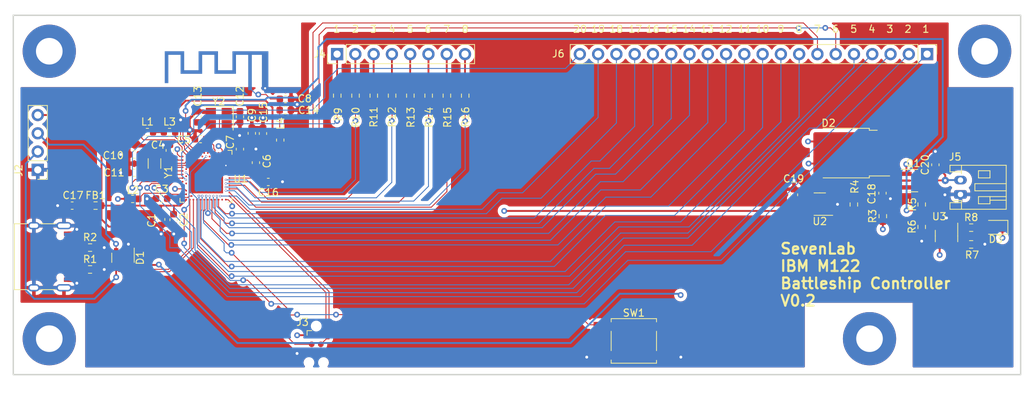
<source format=kicad_pcb>
(kicad_pcb (version 20221018) (generator pcbnew)
  (layers (0 "F.Cu" signal) (1 "In1.Cu" signal) (2 "In2.Cu" signal) (31 "B.Cu" signal) (34 "B.Paste" user) (35 "F.Paste" user) (36 "B.SilkS" user "B.Silkscreen") (37 "F.SilkS" user "F.Silkscreen") (38 "B.Mask" user) (39 "F.Mask" user) (44 "Edge.Cuts" user))
  (net 0 "")
  (net 1 "VBUS")
  (net 2 "DECUSB")
  (net 3 "DEC1")
  (net 4 "DEC2")
  (net 5 "ANT")
  (net 6 "DEC3")
  (net 7 "Net-(AE1-A)")
  (net 8 "DEC4_6")
  (net 9 "XL1")
  (net 10 "XL2")
  (net 11 "XH1")
  (net 12 "XH2")
  (net 13 "DEC5")
  (net 14 "Net-(C17-Pad1)")
  (net 15 "Net-(D2-K)")
  (net 16 "+3.3V")
  (net 17 "+BATT")
  (net 18 "USB_D-")
  (net 19 "USB_D+")
  (net 20 "Net-(D3-A)")
  (net 21 "Net-(J1-CC1)")
  (net 23 "Net-(J1-CC2)")
  (net 25 "SWDIO")
  (net 26 "{slash}RESET")
  (net 27 "SWDCLK")
  (net 29 "Net-(J4-Pin_1)")
  (net 30 "Net-(J4-Pin_2)")
  (net 31 "Net-(J4-Pin_3)")
  (net 32 "Net-(J4-Pin_4)")
  (net 33 "Net-(J4-Pin_5)")
  (net 34 "Net-(J4-Pin_6)")
  (net 35 "Net-(J4-Pin_7)")
  (net 36 "Net-(J4-Pin_8)")
  (net 37 "COL0")
  (net 38 "COL1")
  (net 39 "COL2")
  (net 40 "COL3")
  (net 41 "COL4")
  (net 42 "COL5")
  (net 43 "COL6")
  (net 44 "COL7")
  (net 45 "COL8")
  (net 46 "COL9")
  (net 47 "COL10")
  (net 48 "COL11")
  (net 49 "COL12")
  (net 50 "COL13")
  (net 51 "COL14")
  (net 52 "COL15")
  (net 53 "COL16")
  (net 54 "COL17")
  (net 55 "COL18")
  (net 56 "COL19")
  (net 57 "Net-(U1-DCC)")
  (net 58 "Net-(L1-Pad2)")
  (net 59 "Net-(U1-DCCH)")
  (net 60 "Net-(U2-EN)")
  (net 61 "VDIV")
  (net 62 "Net-(U3-PROG)")
  (net 63 "Net-(U3-STAT)")
  (net 64 "ROW0")
  (net 65 "ROW1")
  (net 66 "ROW2")
  (net 67 "ROW3")
  (net 68 "ROW4")
  (net 69 "ROW5")
  (net 70 "ROW6")
  (net 71 "ROW7")
  (net 89 "VSS_PA")
  (footprint "Capacitor_SMD:C_0603_1608Metric" (layer "F.Cu") (at 57.8 33.2)
    (fp_text reference "C14")
    (fp_text value "1.2pF")
  )
  (footprint "Capacitor_SMD:C_0603_1608Metric" (layer "F.Cu") (at 36.817 39.37)
    (fp_text reference "C10")
    (fp_text value "12pF")
  )
  (footprint "MountingHole:MountingHole_3.7mm_Pad" (layer "F.Cu") (at 25 25)
    (fp_text reference "H4" hide)
    (fp_text value "MountingHole")
  )
  (footprint "Inductor_SMD:L_0603_1608Metric" (layer "F.Cu") (at 57.1 37.3625 90)
    (fp_text reference "L4")
    (fp_text value "4n7H")
  )
  (footprint "Resistor_SMD:R_0603_1608Metric" (layer "F.Cu") (at 67.564 31.179 -90)
    (fp_text reference "R10")
    (fp_text value "1k")
  )
  (footprint "Capacitor_SMD:C_0603_1608Metric" (layer "F.Cu") (at 46.025 37.225 180)
    (fp_text reference "C5")
    (fp_text value "DNP")
  )
  (footprint "Package_TO_SOT_SMD:SOT-23" (layer "F.Cu") (at 145.0625 43)
    (fp_text reference "Q1")
    (fp_text value "DMG2305")
  )
  (footprint "Capacitor_SMD:C_0603_1608Metric" (layer "F.Cu") (at 36.817 41.91)
    (fp_text reference "C11")
    (fp_text value "12pF")
  )
  (footprint "Package_TO_SOT_SMD:SOT-23-5" (layer "F.Cu") (at 132.0875 46.275 180)
    (fp_text reference "U2")
    (fp_text value "AP2112K-3.3")
  )
  (footprint "Resistor_SMD:R_0603_1608Metric" (layer "F.Cu") (at 30.67 52.324)
    (fp_text reference "R2")
    (fp_text value "5k1")
  )
  (footprint "Resistor_SMD:R_0603_1608Metric" (layer "F.Cu") (at 77.724 31.179 -90)
    (fp_text reference "R14")
    (fp_text value "1k")
  )
  (footprint "Inductor_SMD:L_0603_1608Metric" (layer "F.Cu") (at 36.5875 45.55 180)
    (fp_text reference "L2")
    (fp_text value "4n7H")
  )
  (footprint "Inductor_SMD:L_0603_1608Metric" (layer "F.Cu") (at 38.6375 36.25)
    (fp_text reference "L1")
    (fp_text value "10uH")
  )
  (footprint "Package_TO_SOT_SMD:TO-252-2" (layer "F.Cu") (at 135.66 39.175 180)
    (fp_text reference "D2")
    (fp_text value "MBR054")
  )
  (footprint "Capacitor_SMD:C_0603_1608Metric" (layer "F.Cu") (at 42.275 48.45 -90)
    (fp_text reference "C2")
    (fp_text value "4u7F")
  )
  (footprint "Capacitor_SMD:C_0603_1608Metric" (layer "F.Cu") (at 57.825 31.65)
    (fp_text reference "C8")
    (fp_text value "0.5pF")
  )
  (footprint "Crystal:Crystal_SMD_TXC_7M-4Pin_3.2x2.5mm" (layer "F.Cu") (at 48.557 34.329 180)
    (fp_text reference "Y2")
    (fp_text value "32MHz")
  )
  (footprint "m122-models:SW_TS665TP" (layer "F.Cu") (at 106.244 65.314)
    (fp_text reference "SW1")
    (fp_text value "SW_Push")
  )
  (footprint "Connector_PinHeader_2.54mm:PinHeader_1x04_P2.54mm_Vertical" (layer "F.Cu") (at 23.4 41.5 180)
    (fp_text reference "J2")
    (fp_text value "USB_Ext")
  )
  (footprint "Capacitor_SMD:C_0603_1608Metric" (layer "F.Cu") (at 53.15 36.425 90)
    (fp_text reference "C9")
    (fp_text value "47nF")
  )
  (footprint "Package_TO_SOT_SMD:SOT-143" (layer "F.Cu") (at 35.245 53.737 -90)
    (fp_text reference "D1")
    (fp_text value "PRTR5V0U2X")
  )
  (footprint "Resistor_SMD:R_0603_1608Metric" (layer "F.Cu") (at 153.125 49.55)
    (fp_text reference "R8")
    (fp_text value "120R")
  )
  (footprint "Resistor_SMD:R_0603_1608Metric" (layer "F.Cu") (at 153.125 51.875)
    (fp_text reference "R7")
    (fp_text value "4k7")
  )
  (footprint "LED_SMD:LED_0805_2012Metric" (layer "F.Cu") (at 156.5375 49.5 180)
    (fp_text reference "D3")
    (fp_text value "LED green")
  )
  (footprint "Resistor_SMD:R_0603_1608Metric" (layer "F.Cu") (at 70.104 31.179 -90)
    (fp_text reference "R11")
    (fp_text value "1k")
  )
  (footprint "Resistor_SMD:R_0603_1608Metric" (layer "F.Cu") (at 75.184 31.179 -90)
    (fp_text reference "R13")
    (fp_text value "1k")
  )
  (footprint "Capacitor_SMD:C_0603_1608Metric" (layer "F.Cu") (at 53.721 40.5 90)
    (fp_text reference "C6")
    (fp_text value "0.8pF")
  )
  (footprint "Capacitor_SMD:C_0603_1608Metric" (layer "F.Cu") (at 40.611 45.5 180)
    (fp_text reference "C3")
    (fp_text value "4u7F")
  )
  (footprint "Capacitor_SMD:C_0603_1608Metric" (layer "F.Cu") (at 28.181 46.482 180)
    (fp_text reference "C17")
    (fp_text value "10n")
  )
  (footprint "Capacitor_SMD:C_0603_1608Metric" (layer "F.Cu") (at 128.5 44.975 90)
    (fp_text reference "C19")
    (fp_text value "10uF")
  )
  (footprint "Resistor_SMD:R_0603_1608Metric" (layer "F.Cu") (at 72.644 31.179 -90)
    (fp_text reference "R12")
    (fp_text value "1k")
  )
  (footprint "Resistor_SMD:R_0603_1608Metric" (layer "F.Cu") (at 136.825 46.325 90)
    (fp_text reference "R4")
    (fp_text value "100k")
  )
  (footprint "Capacitor_SMD:C_0603_1608Metric" (layer "F.Cu") (at 51.5 38.625 90)
    (fp_text reference "C7")
    (fp_text value "100pF")
  )
  (footprint "Inductor_SMD:L_0603_1608Metric" (layer "F.Cu") (at 41.7125 36.25)
    (fp_text reference "L3")
    (fp_text value "15nH")
  )
  (footprint "Connector_PinHeader_2.54mm:PinHeader_1x08_P2.54mm_Vertical" (layer "F.Cu") (at 65 25.4 90)
    (fp_text reference "J4")
    (fp_text value "Conn_01x08_Socket")
  )
  (footprint "Resistor_SMD:R_0603_1608Metric" (layer "F.Cu") (at 146.25 46.325 -90)
    (fp_text reference "R5")
    (fp_text value "100k")
  )
  (footprint "Resistor_SMD:R_0603_1608Metric" (layer "F.Cu") (at 65.024 31.179 -90)
    (fp_text reference "R9")
    (fp_text value "1k")
  )
  (footprint "MountingHole:MountingHole_3.7mm_Pad" (layer "F.Cu") (at 25 65)
    (fp_text reference "H2" hide)
    (fp_text value "MountingHole")
  )
  (footprint "Resistor_SMD:R_0603_1608Metric" (layer "F.Cu") (at 146.25 49.45 -90)
    (fp_text reference "R6")
    (fp_text value "100k")
  )
  (footprint "MountingHole:MountingHole_3.7mm_Pad" (layer "F.Cu") (at 155 25)
    (fp_text reference "H3" hide)
    (fp_text value "MountingHole")
  )
  (footprint "MountingHole:MountingHole_3.7mm_Pad" (layer "F.Cu") (at 139 65)
    (fp_text reference "H1" hide)
    (fp_text value "MountingHole")
  )
  (footprint "Resistor_SMD:R_0603_1608Metric" (layer "F.Cu") (at 80.264 31.179 -90)
    (fp_text reference "R15")
    (fp_text value "1k")
  )
  (footprint "Crystal:Crystal_SMD_3215-2Pin_3.2x1.5mm" (layer "F.Cu") (at 39.624 40.62 90)
    (fp_text reference "Y1")
    (fp_text value "32k768Hz")
  )
  (footprint "Capacitor_SMD:C_0603_1608Metric" (layer "F.Cu") (at 45.6 34.125 -90)
    (fp_text reference "C13")
    (fp_text value "12pF")
  )
  (footprint "Package_DFN_QFN:Nordic_AQFN-73-1EP_7x7mm_P0.5mm" (layer "F.Cu") (at 46.78 42.402)
    (fp_text reference "U1")
    (fp_text value "nRF52840")
  )
  (footprint "Connector:Tag-Connect_TC2030-IDC-NL_2x03_P1.27mm_Vertical" (layer "F.Cu") (at 62.103 65.786 -90)
    (fp_text reference "J3")
    (fp_text value "Conn_02x03_Odd_Even")
  )
  (footprint "Resistor_SMD:R_0603_1608Metric" (layer "F.Cu") (at 82.804 31.179 -90)
    (fp_text reference "R16")
    (fp_text value "1k")
  )
  (footprint "Capacitor_SMD:C_0603_1608Metric" (layer "F.Cu") (at 140.8 44.75 -90)
    (fp_text reference "C18")
    (fp_text value "10uF")
  )
  (footprint "Capacitor_SMD:C_0603_1608Metric" (layer "F.Cu") (at 148.15 40.8 90)
    (fp_text reference "C20")
    (fp_text value "10uF")
  )
  (footprint "Resistor_SMD:R_0603_1608Metric" (layer "F.Cu") (at 31.433 46.482)
    (fp_text reference "FB1")
    (fp_text value "300R @ 100 MHz")
  )
  (footprint "Capacitor_SMD:C_0603_1608Metric" (layer "F.Cu") (at 41.75 38.8 90)
    (fp_text reference "C4")
    (fp_text value "100nF")
  )
  (footprint "Capacitor_SMD:C_0603_1608Metric" (layer "F.Cu") (at 55.4385 43.1865)
    (fp_text reference "C16")
    (fp_text value "DNP")
  )
  (footprint "Capacitor_SMD:C_0603_1608Metric" (layer "F.Cu") (at 40.55 48.4 -90)
    (fp_text reference "C1")
    (fp_text value "4u7F")
  )
  (footprint "Connector_JST:JST_PH_S2B-PH-K_1x02_P2.00mm_Horizontal" (layer "F.Cu") (at 151.638 44.926 90)
    (fp_text reference "J5")
    (fp_text value "Conn_01x02_Pin")
  )
  (footprint "Connector_USB:USB_C_Receptacle_XKB_U262-16XN-4BVC11" (layer "F.Cu") (at 23.935 53.592 -90)
    (fp_text reference "J1" hide)
    (fp_text value "USB_C")
  )
  (footprint "Capacitor_SMD:C_0603_1608Metric" (layer "F.Cu") (at 54.7 36.45 90)
    (fp_text reference "C15")
    (fp_text value "1uF")
  )
  (footprint "Package_TO_SOT_SMD:SOT-23-5" (layer "F.Cu") (at 149.7 50.7125 -90)
    (fp_text reference "U3")
    (fp_text value "MCP73831-2-OT")
  )
  (footprint "Resistor_SMD:R_0603_1608Metric" (layer "F.Cu") (at 30.67 55.372)
    (fp_text reference "R1")
    (fp_text value "5k1")
  )
  (footprint "Capacitor_SMD:C_0603_1608Metric" (layer "F.Cu") (at 51.5 34.125 90)
    (fp_text reference "C12")
    (fp_text value "12pF")
  )
  (footprint "Connector_PinHeader_2.54mm:PinHeader_1x20_P2.54mm_Vertical" (layer "F.Cu") (at 147 25.4 -90)
    (fp_text reference "J6")
    (fp_text value "Conn_01x20_Socket")
  )
  (footprint "Resistor_SMD:R_0603_1608Metric" (layer "F.Cu") (at 140.85 47.95 90)
    (fp_text reference "R3")
    (fp_text value "100k")
  )
  (footprint "RF_Antenna:Texas_SWRA117D_2.4GHz_Right" (layer "B.Cu") (at 52.9 30.15 180)
    (fp_text reference "AE1" hide)
    (fp_text value "Antenna")
  )
  (gr_rect (start 20 20) (end 160 70) (stroke (width 0.2)) (fill none) (layer "Edge.Cuts"))
  (gr_text "15" (at 111.45 22.5) (layer "F.SilkS") (effects (font (size 1 1)) (justify bottom)))
  (gr_text "4" (at 139.325 22.5) (layer "F.SilkS") (effects (font (size 1 1)) (justify bottom)))
  (gr_text "5" (at 75.15 22.5) (layer "F.SilkS") (effects (font (size 1 1)) (justify bottom)))
  (gr_text "10" (at 124.125 22.5) (layer "F.SilkS") (effects (font (size 1 1)) (justify bottom)))
  (gr_text "19" (at 101.275 22.5) (layer "F.SilkS") (effects (font (size 1 1)) (justify bottom)))
  (gr_text "7" (at 80.25 22.5) (layer "F.SilkS") (effects (font (size 1 1)) (justify bottom)))
  (gr_text "14" (at 113.95 22.5) (layer "F.SilkS") (effects (font (size 1 1)) (justify bottom)))
  (gr_text "8" (at 129.2 22.5) (layer "F.SilkS") (effects (font (size 1 1)) (justify bottom)))
  (gr_text "4" (at 72.65 22.5) (layer "F.SilkS") (effects (font (size 1 1)) (justify bottom)))
  (gr_text "8" (at 82.8 22.5) (layer "F.SilkS") (effects (font (size 1 1)) (justify bottom)))
  (gr_text "13" (at 116.45 22.5) (layer "F.SilkS") (effects (font (size 1 1)) (justify bottom)))
  (gr_text "6" (at 77.65 22.5) (layer "F.SilkS") (effects (font (size 1 1)) (justify bottom)))
  (gr_text "2" (at 67.55 22.5) (layer "F.SilkS") (effects (font (size 1 1)) (justify bottom)))
  (gr_text "12" (at 119 22.5) (layer "F.SilkS") (effects (font (size 1 1)) (justify bottom)))
  (gr_text "18" (at 103.8 22.5) (layer "F.SilkS") (effects (font (size 1 1)) (justify bottom)))
  (gr_text "17" (at 106.45 22.5) (layer "F.SilkS") (effects (font (size 1 1)) (justify bottom)))
  (gr_text "5" (at 136.8 22.5) (layer "F.SilkS") (effects (font (size 1 1)) (justify bottom)))
  (gr_text "3" (at 70.05 22.5) (layer "F.SilkS") (effects (font (size 1 1)) (justify bottom)))
  (gr_text "2" (at 144.35 22.5) (layer "F.SilkS") (effects (font (size 1 1)) (justify bottom)))
  (gr_text "7" (at 131.75 22.5) (layer "F.SilkS") (effects (font (size 1 1)) (justify bottom)))
  (gr_text "11" (at 121.675 22.5) (layer "F.SilkS") (effects (font (size 1 1)) (justify bottom)))
  (gr_text "9" (at 126.675 22.5) (layer "F.SilkS") (effects (font (size 1 1)) (justify bottom)))
  (gr_text "6" (at 134.275 22.5) (layer "F.SilkS") (effects (font (size 1 1)) (justify bottom)))
  (gr_text "1" (at 64.95 22.5) (layer "F.SilkS") (effects (font (size 1 1)) (justify bottom)))
  (gr_text "3" (at 141.825 22.5) (layer "F.SilkS") (effects (font (size 1 1)) (justify bottom)))
  (gr_text "20" (at 98.775 22.5) (layer "F.SilkS") (effects (font (size 1 1)) (justify bottom)))
  (gr_text "SevenLab\nIBM M122\nBattleship Controller\nV0.2" (at 126.45 60.6) (layer "F.SilkS") (effects (font (size 1.5 1.5) (thickness 0.3) bold) (justify left bottom)))
  (gr_text "1" (at 146.825 22.5) (layer "F.SilkS") (effects (font (size 1 1)) (justify bottom)))
  (gr_text "16" (at 108.875 22.5) (layer "F.SilkS") (effects (font (size 1 1)) (justify bottom)))
  (segment (start 132.655 40.63) (end 132.725 40.7) (width 0.254) (layer "F.Cu") (net 1))
  (segment (start 132.63 37.555) (end 132.725 37.65) (width 0.254) (layer "F.Cu") (net 1))
  (segment (start 140.85 48.775) (end 140.85 49.775) (width 0.254) (layer "F.Cu") (net 1))
  (segment (start 40.45 46.482) (end 42.325 46.482) (width 0.254) (layer "F.Cu") (net 1))
  (segment (start 144.125 40.75) (end 144.1 40.725) (width 0.254) (layer "F.Cu") (net 1))
  (segment (start 42.325 47.625) (end 42.325 46.482) (width 0.254) (layer "F.Cu") (net 1))
  (segment (start 23.4 33.88) (end 28.73 33.88) (width 0.254) (layer "F.Cu") (net 1))
  (segment (start 130.45 37.555) (end 132.63 37.555) (width 0.254) (layer "F.Cu") (net 1))
  (segment (start 37.4 50.475) (end 36.328 49.403) (width 0.254) (layer "F.Cu") (net 1))
  (segment (start 40.55 46.582) (end 40.45 46.482) (width 0.254) (layer "F.Cu") (net 1))
  (segment (start 40.55 47.625) (end 40.55 46.582) (width 0.254) (layer "F.Cu") (net 1))
  (segment (start 37.138 54.737) (end 37.4 54.475) (width 0.254) (layer "F.Cu") (net 1))
  (segment (start 32.258 48.387) (end 32.258 46.482) (width 0.254) (layer "F.Cu") (net 1))
  (segment (start 130.525 40.63) (end 132.655 40.63) (width 0.254) (layer "F.Cu") (net 1))
  (segment (start 42.325 46.482) (end 43.2 46.482) (width 0.254) (layer "F.Cu") (net 1))
  (segment (start 148.75 51.85) (end 148.75 53.35) (width 0.254) (layer "F.Cu") (net 1))
  (segment (start 37.4 54.475) (end 37.4 50.475) (width 0.254) (layer "F.Cu") (net 1))
  (segment (start 144.125 42.05) (end 144.125 40.75) (width 0.254) (layer "F.Cu") (net 1))
  (segment (start 28.73 33.88) (end 32.258 37.408) (width 0.254) (layer "F.Cu") (net 1))
  (segment (start 42.275 47.675) (end 42.325 47.625) (width 0.254) (layer "F.Cu") (net 1))
  (segment (start 36.195 54.737) (end 37.138 54.737) (width 0.254) (layer "F.Cu") (net 1))
  (segment (start 157.475 49.5) (end 157.475 50.975) (width 0.254) (layer "F.Cu") (net 1))
  (segment (start 32.258 37.408) (end 32.258 46.482) (width 0.254) (layer "F.Cu") (net 1))
  (segment (start 37.138 54.737) (end 40.1755 54.737) (width 0.254) (layer "F.Cu") (net 1))
  (segment (start 36.328 49.403) (end 33.274 49.403) (width 0.254) (layer "F.Cu") (net 1))
  (segment (start 40.1755 54.737) (end 40.225 54.6875) (width 0.254) (layer "F.Cu") (net 1))
  (segment (start 43.2 46.482) (end 44.03 45.652) (width 0.254) (layer "F.Cu") (net 1))
  (segment (start 32.258 46.482) (end 40.45 46.482) (width 0.254) (layer "F.Cu") (net 1))
  (segment (start 33.274 49.403) (end 32.258 48.387) (width 0.254) (layer "F.Cu") (net 1))
  (via (at 112.75 58.925) (size 0.8) (drill 0.4) (layers "F.Cu" "B.Cu") (net 1))
  (via (at 40.225 54.6875) (size 0.8) (drill 0.4) (layers "F.Cu" "B.Cu") (net 1))
  (via (at 130.525 40.63) (size 0.8) (drill 0.4) (layers "F.Cu" "B.Cu") (net 1))
  (via (at 148.75 53.35) (size 0.8) (drill 0.4) (layers "F.Cu" "B.Cu") (net 1))
  (via (at 157.475 50.975) (size 0.8) (drill 0.4) (layers "F.Cu" "B.Cu") (net 1))
  (via (at 130.45 37.555) (size 0.8) (drill 0.4) (layers "F.Cu" "B.Cu") (net 1))
  (via (at 144.1 40.725) (size 0.8) (drill 0.4) (layers "F.Cu" "B.Cu") (net 1))
  (via (at 140.85 49.775) (size 0.8) (drill 0.4) (layers "F.Cu" "B.Cu") (net 1))
  (segment (start 97.45 65.6) (end 51.1375 65.6) (width 0.254) (layer "B.Cu") (net 1))
  (segment (start 104.3 58.75) (end 112.575 58.75) (width 0.254) (layer "B.Cu") (net 1))
  (segment (start 112.575 58.75) (end 112.75 58.925) (width 0.254) (layer "B.Cu") (net 1))
  (segment (start 97.45 65.6) (end 104.3 58.75) (width 0.254) (layer "B.Cu") (net 1))
  (segment (start 51.1375 65.6) (end 40.225 54.6875) (width 0.254) (layer "B.Cu") (net 1))
  (segment (start 42.85 45.5) (end 43 45.35) (width 0.127) (layer "F.Cu") (net 2))
  (segment (start 43 45.35) (end 44.25 45.35) (width 0.127) (layer "F.Cu") (net 2))
  (segment (start 41.386 45.5) (end 42.85 45.5) (width 0.127) (layer "F.Cu") (net 2))
  (segment (start 44.448 45.152) (end 44.78 45.152) (width 0.127) (layer "F.Cu") (net 2))
  (segment (start 44.25 45.35) (end 44.448 45.152) (width 0.127) (layer "F.Cu") (net 2))
  (segment (start 43.53 40.152) (end 42.902 40.152) (width 0.127) (layer "F.Cu") (net 3))
  (segment (start 42.325 39.575) (end 41.75 39.575) (width 0.127) (layer "F.Cu") (net 3))
  (segment (start 42.902 40.152) (end 42.325 39.575) (width 0.127) (layer "F.Cu") (net 3))
  (segment (start 48.03 39.152) (end 48.03 38.73) (width 0.127) (layer "F.Cu") (net 4))
  (segment (start 47.8615 38.085301) (end 47.001199 37.225) (width 0.127) (layer "F.Cu") (net 4))
  (segment (start 47.001199 37.225) (end 46.8 37.225) (width 0.127) (layer "F.Cu") (net 4))
  (segment (start 48.03 38.73) (end 47.8615 38.5615) (width 0.127) (layer "F.Cu") (net 4))
  (segment (start 47.8615 38.5615) (end 47.8615 38.085301) (width 0.127) (layer "F.Cu") (net 4))
  (segment (start 57.1 39.9) (end 57.1 38.15) (width 0.127) (layer "F.Cu") (net 5))
  (segment (start 49.869078 41.2635) (end 53.7095 41.2635) (width 0.127) (layer "F.Cu") (net 5))
  (segment (start 49.53 41.402) (end 49.730578 41.402) (width 0.127) (layer "F.Cu") (net 5))
  (segment (start 53.721 41.275) (end 55.725 41.275) (width 0.127) (layer "F.Cu") (net 5))
  (segment (start 53.7095 41.2635) (end 53.721 41.275) (width 0.127) (layer "F.Cu") (net 5))
  (segment (start 49.730578 41.402) (end 49.869078 41.2635) (width 0.127) (layer "F.Cu") (net 5))
  (segment (start 55.725 41.275) (end 57.1 39.9) (width 0.127) (layer "F.Cu") (net 5))
  (segment (start 50.2 40.15) (end 50.95 39.4) (width 0.254) (layer "F.Cu") (net 6))
  (segment (start 49.53 40.402) (end 49.548 40.402) (width 0.254) (layer "F.Cu") (net 6))
  (segment (start 50.95 39.4) (end 51.5 39.4) (width 0.254) (layer "F.Cu") (net 6))
  (segment (start 49.548 40.402) (end 49.8 40.15) (width 0.254) (layer "F.Cu") (net 6))
  (segment (start 49.8 40.15) (end 50.2 40.15) (width 0.254) (layer "F.Cu") (net 6))
  (segment (start 55.75 31.65) (end 57.05 31.65) (width 0.127) (layer "F.Cu") (net 7))
  (segment (start 57.025 36.5) (end 57.1 36.575) (width 0.127) (layer "F.Cu") (net 7))
  (segment (start 54.05 31.0235) (end 55.1235 31.0235) (width 0.127) (layer "F.Cu") (net 7))
  (segment (start 57.05 31.65) (end 57.05 33.175) (width 0.127) (layer "F.Cu") (net 7))
  (segment (start 57.025 33.2) (end 57.025 36.5) (width 0.127) (layer "F.Cu") (net 7))
  (segment (start 57.05 33.175) (end 57.025 33.2) (width 0.127) (layer "F.Cu") (net 7))
  (segment (start 55.1235 31.0235) (end 55.75 31.65) (width 0.127) (layer "F.Cu") (net 7))
  (via (at 54.05 31.0235) (size 0.8) (drill 0.4) (layers "F.Cu" "B.Cu") (net 7))
  (segment (start 53.9 31) (end 54.0265 31) (width 0.127) (layer "B.Cu") (net 7))
  (segment (start 54.0265 31) (end 54.05 31.0235) (width 0.127) (layer "B.Cu") (net 7))
  (segment (start 53.75 31) (end 53.9 31) (width 0.127) (layer "B.Cu") (net 7))
  (segment (start 52.9 30.15) (end 53.75 31) (width 0.127) (layer "B.Cu") (net 7))
  (segment (start 54.7 37.225) (end 53.175 37.225) (width 0.254) (layer "F.Cu") (net 8))
  (segment (start 53.1 38.3) (end 53.1 37.25) (width 0.127) (layer "F.Cu") (net 8))
  (segment (start 43.7905 38.214721) (end 42.5 36.924221) (width 0.127) (layer "F.Cu") (net 8))
  (segment (start 42.5 36.924221) (end 42.5 36.25) (width 0.127) (layer "F.Cu") (net 8))
  (segment (start 43.7905 38.613078) (end 43.7905 38.214721) (width 0.127) (layer "F.Cu") (net 8))
  (segment (start 56.025 32.825) (end 55.075 31.875) (width 0.254) (layer "F.Cu") (net 8))
  (segment (start 53.1 37.25) (end 53.15 37.2) (width 0.127) (layer "F.Cu") (net 8))
  (segment (start 50.998 40.652) (end 51.5 40.15) (width 0.127) (layer "F.Cu") (net 8))
  (segment (start 52.7 39.45) (end 52.7 38.7) (width 0.127) (layer "F.Cu") (net 8))
  (segment (start 52.7 38.7) (end 53.1 38.3) (width 0.127) (layer "F.Cu") (net 8))
  (segment (start 54.7 37.225) (end 55.15 37.225) (width 0.254) (layer "F.Cu") (net 8))
  (segment (start 50.03 40.652) (end 50.998 40.652) (width 0.127) (layer "F.Cu") (net 8))
  (segment (start 55.15 37.225) (end 56.025 36.35) (width 0.254) (layer "F.Cu") (net 8))
  (segment (start 43.975 31.875) (end 42.5 33.35) (width 0.254) (layer "F.Cu") (net 8))
  (segment (start 44.78 39.652) (end 44.78 39.602578) (width 0.127) (layer "F.Cu") (net 8))
  (segment (start 51.5 40.15) (end 52 40.15) (width 0.127) (layer "F.Cu") (net 8))
  (segment (start 52 40.15) (end 52.7 39.45) (width 0.127) (layer "F.Cu") (net 8))
  (segment (start 44.78 39.602578) (end 43.7905 38.613078) (width 0.127) (layer "F.Cu") (net 8))
  (segment (start 56.025 36.35) (end 56.025 32.825) (width 0.254) (layer "F.Cu") (net 8))
  (segment (start 42.5 33.35) (end 42.5 36.25) (width 0.254) (layer "F.Cu") (net 8))
  (segment (start 53.175 37.225) (end 53.15 37.2) (width 0.254) (layer "F.Cu") (net 8))
  (segment (start 55.075 31.875) (end 43.975 31.875) (width 0.254) (layer "F.Cu") (net 8))
  (segment (start 43.832 40.6) (end 41.45 40.6) (width 0.127) (layer "F.Cu") (net 9))
  (segment (start 41.45 40.6) (end 40.22 39.37) (width 0.127) (layer "F.Cu") (net 9))
  (segment (start 40.22 39.37) (end 39.624 39.37) (width 0.127) (layer "F.Cu") (net 9))
  (segment (start 37.592 39.37) (end 39.624 39.37) (width 0.254) (layer "F.Cu") (net 9))
  (segment (start 44.03 40.402) (end 43.832 40.6) (width 0.127) (layer "F.Cu") (net 9))
  (segment (start 39.624 41.87) (end 40.6205 40.8735) (width 0.127) (layer "F.Cu") (net 10))
  (segment (start 37.592 41.91) (end 39.584 41.91) (width 0.254) (layer "F.Cu") (net 10))
  (segment (start 39.584 41.91) (end 39.624 41.87) (width 0.254) (layer "F.Cu") (net 10))
  (segment (start 44.0015 40.8735) (end 40.6205 40.8735) (width 0.127) (layer "F.Cu") (net 10))
  (segment (start 44.03 40.902) (end 44.0015 40.8735) (width 0.127) (layer "F.Cu") (net 10))
  (segment (start 50.03 36.68) (end 49.7 36.35) (width 0.127) (layer "F.Cu") (net 11))
  (segment (start 49.371 33.479) (end 49.657 33.479) (width 0.127) (layer "F.Cu") (net 11))
  (segment (start 50.03 39.652) (end 50.03 36.68) (width 0.127) (layer "F.Cu") (net 11))
  (segment (start 51.371 33.479) (end 51.5 33.35) (width 0.254) (layer "F.Cu") (net 11))
  (segment (start 49.001 36.35) (end 48.65 35.999) (width 0.127) (layer "F.Cu") (net 11))
  (segment (start 48.65 34.2) (end 49.371 33.479) (width 0.127) (layer "F.Cu") (net 11))
  (segment (start 49.657 33.479) (end 51.371 33.479) (width 0.254) (layer "F.Cu") (net 11))
  (segment (start 48.65 35.999) (end 48.65 34.2) (width 0.127) (layer "F.Cu") (net 11))
  (segment (start 49.7 36.35) (end 49.001 36.35) (width 0.127) (layer "F.Cu") (net 11))
  (segment (start 48.301 36.75) (end 48.8 36.75) (width 0.127) (layer "F.Cu") (net 12))
  (segment (start 46.35 34.9) (end 46.629 35.179) (width 0.254) (layer "F.Cu") (net 12))
  (segment (start 49.53 37.48) (end 49.53 39.152) (width 0.127) (layer "F.Cu") (net 12))
  (segment (start 48.8 36.75) (end 49.53 37.48) (width 0.127) (layer "F.Cu") (net 12))
  (segment (start 45.6 34.9) (end 46.35 34.9) (width 0.254) (layer "F.Cu") (net 12))
  (segment (start 46.629 35.179) (end 47.457 35.179) (width 0.254) (layer "F.Cu") (net 12))
  (segment (start 47.457 35.179) (end 47.457 35.906) (width 0.127) (layer "F.Cu") (net 12))
  (segment (start 47.457 35.906) (end 48.301 36.75) (width 0.127) (layer "F.Cu") (net 12))
  (segment (start 53.7365 43.1865) (end 54.6635 43.1865) (width 0.127) (layer "F.Cu") (net 13))
  (segment (start 50.03 42.652) (end 53.202 42.652) (width 0.127) (layer "F.Cu") (net 13))
  (segment (start 53.202 42.652) (end 53.7365 43.1865) (width 0.127) (layer "F.Cu") (net 13))
  (segment (start 26.035 52.197) (end 26.89 51.342) (width 0.254) (layer "F.Cu") (net 14))
  (segment (start 28.956 48.006) (end 28.956 46.482) (width 0.254) (layer "F.Cu") (net 14))
  (segment (start 26.035 54.984222) (end 26.035 52.197) (width 0.254) (layer "F.Cu") (net 14))
  (segment (start 28.922 51.342) (end 29.591 50.673) (width 0.254) (layer "F.Cu") (net 14))
  (segment (start 27.605 55.842) (end 26.892778 55.842) (width 0.254) (layer "F.Cu") (net 14))
  (segment (start 28.956 46.482) (end 30.608 46.482) (width 0.254) (layer "F.Cu") (net 14))
  (segment (start 29.591 48.641) (end 28.956 48.006) (width 0.254) (layer "F.Cu") (net 14))
  (segment (start 26.89 51.342) (end 27.605 51.342) (width 0.254) (layer "F.Cu") (net 14))
  (segment (start 27.605 51.342) (end 28.922 51.342) (width 0.254) (layer "F.Cu") (net 14))
  (segment (start 29.591 50.673) (end 29.591 48.641) (width 0.254) (layer "F.Cu") (net 14))
  (segment (start 26.892778 55.842) (end 26.035 54.984222) (width 0.254) (layer "F.Cu") (net 14))
  (segment (start 144.1 43.975) (end 144.125 43.95) (width 0.254) (layer "F.Cu") (net 15))
  (segment (start 140.8 43.975) (end 140.8 41.555) (width 0.254) (layer "F.Cu") (net 15))
  (segment (start 136.825 47.15) (end 140 43.975) (width 0.254) (layer "F.Cu") (net 15))
  (segment (start 140.8 41.555) (end 140.7 41.455) (width 0.254) (layer "F.Cu") (net 15))
  (segment (start 136.75 47.225) (end 136.825 47.15) (width 0.254) (layer "F.Cu") (net 15))
  (segment (start 140.8 43.975) (end 144.1 43.975) (width 0.254) (layer "F.Cu") (net 15))
  (segment (start 133.225 47.225) (end 136.75 47.225) (width 0.254) (layer "F.Cu") (net 15))
  (segment (start 140 43.975) (end 140.8 43.975) (width 0.254) (layer "F.Cu") (net 15))
  (segment (start 34.561 45.534) (end 34.536 45.559) (width 0.254) (layer "F.Cu") (net 16))
  (segment (start 49.03 38.705) (end 48.525 38.2) (width 0.127) (layer "F.Cu") (net 16))
  (segment (start 50.425 46.225) (end 50.425 46.575) (width 0.127) (layer "F.Cu") (net 16))
  (segment (start 49.852 45.652) (end 50.425 46.225) (width 0.127) (layer "F.Cu") (net 16))
  (segment (start 129.9 47.175) (end 129.85 47.225) (width 0.254) (layer "F.Cu") (net 16))
  (segment (start 129.7 45.75) (end 129.9 45.95) (width 0.254) (layer "F.Cu") (net 16))
  (segment (start 43.53 44.152) (end 42.477 44.152) (width 0.127) (layer "F.Cu") (net 16))
  (segment (start 43.127 39.652) (end 42.8 39.325) (width 0.127) (layer "F.Cu") (net 16))
  (segment (start 43.53 39.652) (end 43.127 39.652) (width 0.127) (layer "F.Cu") (net 16))
  (segment (start 59.459 64.516) (end 59.45 64.525) (width 0.254) (layer "F.Cu") (net 16))
  (segment (start 43.78 44.152) (end 44.03 44.402) (width 0.127) (layer "F.Cu") (net 16))
  (segment (start 47.03 45.652) (end 47.03 47.505) (width 0.127) (layer "F.Cu") (net 16))
  (segment (start 49.03 39.152) (end 49.03 38.705) (width 0.127) (layer "F.Cu") (net 16))
  (segment (start 129.85 47.225) (end 88.225 47.225) (width 0.254) (layer "F.Cu") (net 16))
  (segment (start 49.53 45.652) (end 49.852 45.652) (width 0.127) (layer "F.Cu") (net 16))
  (segment (start 47.03 47.505) (end 47.05 47.525) (width 0.127) (layer "F.Cu") (net 16))
  (segment (start 129.9 45.95) (end 129.9 47.175) (width 0.254) (layer "F.Cu") (net 16))
  (segment (start 42.8 39.325) (end 42.8 38.625) (width 0.127) (layer "F.Cu") (net 16))
  (segment (start 42.477 44.152) (end 42.475 44.15) (width 0.127) (layer "F.Cu") (net 16))
  (segment (start 43.53 44.152) (end 43.78 44.152) (width 0.127) (layer "F.Cu") (net 16))
  (segment (start 35.761 45.534) (end 34.561 45.534) (width 0.254) (layer "F.Cu") (net 16))
  (segment (start 128.5 45.75) (end 129.7 45.75) (width 0.254) (layer "F.Cu") (net 16))
  (segment (start 130.95 47.225) (end 129.85 47.225) (width 0.254) (layer "F.Cu") (net 16))
  (segment (start 61.468 64.516) (end 59.459 64.516) (width 0.254) (layer "F.Cu") (net 16))
  (via (at 34.536 45.559) (size 0.8) (drill 0.4) (layers "F.Cu" "B.Cu") (net 16))
  (via (at 88.225 47.225) (size 0.8) (drill 0.4) (layers "F.Cu" "B.Cu") (net 16))
  (via (at 50.425 46.575) (size 0.8) (drill 0.4) (layers "F.Cu" "B.Cu") (net 16))
  (via (at 59.45 64.525) (size 0.8) (drill 0.4) (layers "F.Cu" "B.Cu") (net 16))
  (via (at 42.475 44.15) (size 0.8) (drill 0.4) (layers "F.Cu" "B.Cu") (net 16))
  (via (at 42.8 38.625) (size 0.8) (drill 0.4) (layers "F.Cu" "B.Cu") (net 16))
  (via (at 47.05 47.525) (size 0.8) (drill 0.4) (layers "F.Cu" "B.Cu") (net 16))
  (via (at 48.525 38.2) (size 0.8) (drill 0.4) (layers "F.Cu" "B.Cu") (net 16))
  (segment (start 146 44.4) (end 146.25 44.65) (width 0.254) (layer "F.Cu") (net 17))
  (segment (start 149.525 42.975) (end 149.525 42.225) (width 0.254) (layer "F.Cu") (net 17))
  (segment (start 146.475832 46.15) (end 148.75 48.424168) (width 0.254) (layer "F.Cu") (net 17))
  (segment (start 146.025 42.975) (end 146 43) (width 0.254) (layer "F.Cu") (net 17))
  (segment (start 146.25 44.65) (end 146.25 45.5) (width 0.254) (layer "F.Cu") (net 17))
  (segment (start 149.525 42.225) (end 148.875 41.575) (width 0.254) (layer "F.Cu") (net 17))
  (segment (start 148.875 41.575) (end 148.15 41.575) (width 0.254) (layer "F.Cu") (net 17))
  (segment (start 149.525 42.975) (end 146.025 42.975) (width 0.254) (layer "F.Cu") (net 17))
  (segment (start 148.75 48.424168) (end 148.75 49.575) (width 0.254) (layer "F.Cu") (net 17))
  (segment (start 146 43) (end 146 44.4) (width 0.254) (layer "F.Cu") (net 17))
  (segment (start 146.25 45.5) (end 146.25 46.15) (width 0.254) (layer "F.Cu") (net 17))
  (segment (start 146.25 46.15) (end 146.475832 46.15) (width 0.254) (layer "F.Cu") (net 17))
  (via (at 149.525 42.975) (size 1) (drill 0.4) (layers "F.Cu" "B.Cu") (net 17))
  (segment (start 149.574 42.926) (end 149.525 42.975) (width 0.254) (layer "B.Cu") (net 17))
  (segment (start 151.638 42.926) (end 149.574 42.926) (width 0.254) (layer "B.Cu") (net 17))
  (segment (start 35.6315 55.3505) (end 35.6315 54.0735) (width 0.127) (layer "F.Cu") (net 18))
  (segment (start 26.543 53.152) (end 26.543 53.532) (width 0.127) (layer "F.Cu") (net 18))
  (segment (start 27.605 52.842) (end 28.712 52.842) (width 0.127) (layer "F.Cu") (net 18))
  (segment (start 44.53 52.395) (end 41.5745 55.3505) (width 0.127) (layer "F.Cu") (net 18))
  (segment (start 34.295 53.335) (end 34.295 52.737) (width 0.127) (layer "F.Cu") (net 18))
  (segment (start 29.337 53.467) (end 34.163 53.467) (width 0.127) (layer "F.Cu") (net 18))
  (segment (start 41.5745 55.3505) (end 35.6315 55.3505) (width 0.127) (layer "F.Cu") (net 18))
  (segment (start 34.295 52.737) (end 34.295 51.82) (width 0.127) (layer "F.Cu") (net 18))
  (segment (start 26.853 53.842) (end 27.605 53.842) (width 0.127) (layer "F.Cu") (net 18))
  (segment (start 26.853 52.842) (end 26.543 53.152) (width 0.127) (layer "F.Cu") (net 18))
  (segment (start 26.543 53.532) (end 26.853 53.842) (width 0.127) (layer "F.Cu") (net 18))
  (segment (start 34.295 51.82) (end 34.275 51.8) (width 0.127) (layer "F.Cu") (net 18))
  (segment (start 44.53 45.652) (end 44.53 52.395) (width 0.127) (layer "F.Cu") (net 18))
  (segment (start 34.163 53.467) (end 34.295 53.335) (width 0.127) (layer "F.Cu") (net 18))
  (segment (start 27.605 52.842) (end 26.853 52.842) (width 0.127) (layer "F.Cu") (net 18))
  (segment (start 28.712 52.842) (end 29.337 53.467) (width 0.127) (layer "F.Cu") (net 18))
  (segment (start 35.6315 54.0735) (end 34.295 52.737) (width 0.127) (layer "F.Cu") (net 18))
  (via (at 34.275 51.8) (size 0.8) (drill 0.4) (layers "F.Cu" "B.Cu") (net 18))
  (segment (start 34.275 51.8) (end 32.9 50.425) (width 0.254) (layer "B.Cu") (net 18))
  (segment (start 32.9 50.425) (end 32.9 41.15) (width 0.254) (layer "B.Cu") (net 18))
  (segment (start 29.75 38) (end 24.98 38) (width 0.254) (layer "B.Cu") (net 18))
  (segment (start 32.9 41.15) (end 29.75 38) (width 0.254) (layer "B.Cu") (net 18))
  (segment (start 24.98 38) (end 23.4 36.42) (width 0.254) (layer "B.Cu") (net 18))
  (segment (start 28.45 53.342) (end 28.702 53.594) (width 0.127) (layer "F.Cu") (net 19))
  (segment (start 28.702 54.102) (end 28.462 54.342) (width 0.127) (layer "F.Cu") (net 19))
  (segment (start 28.462 54.342) (end 27.605 54.342) (width 0.127) (layer "F.Cu") (net 19))
  (segment (start 45.03 52.357448) (end 45.03 45.652) (width 0.127) (layer "F.Cu") (net 19))
  (segment (start 29.464 53.848) (end 34.163 53.848) (width 0.127) (layer "F.Cu") (net 19))
  (segment (start 34.295 56.445) (end 34.3 56.45) (width 0.254) (layer "F.Cu") (net 19))
  (segment (start 34.295 54.737) (end 34.295 56.445) (width 0.254) (layer "F.Cu") (net 19))
  (segment (start 27.605 53.342) (end 28.45 53.342) (width 0.127) (layer "F.Cu") (net 19))
  (segment (start 34.295 53.98) (end 34.295 54.737) (width 0.127) (layer "F.Cu") (net 19))
  (segment (start 34.163 53.848) (end 34.295 53.98) (width 0.127) (layer "F.Cu") (net 19))
  (segment (start 28.97 54.342) (end 29.464 53.848) (width 0.127) (layer "F.Cu") (net 19))
  (segment (start 27.605 54.342) (end 28.97 54.342) (width 0.127) (layer "F.Cu") (net 19))
  (segment (start 34.295 55.295) (end 34.6775 55.6775) (width 0.127) (layer "F.Cu") (net 19))
  (segment (start 34.295 54.737) (end 34.295 55.295) (width 0.127) (layer "F.Cu") (net 19))
  (segment (start 28.702 53.594) (end 28.702 54.102) (width 0.127) (layer "F.Cu") (net 19))
  (segment (start 34.6775 55.6775) (end 41.709948 55.6775) (width 0.127) (layer "F.Cu") (net 19))
  (segment (start 41.709948 55.6775) (end 45.03 52.357448) (width 0.127) (layer "F.Cu") (net 19))
  (via (at 34.3 56.45) (size 0.8) (drill 0.4) (layers "F.Cu" "B.Cu") (net 19))
  (segment (start 31.3 59.45) (end 22.928445 59.45) (width 0.254) (layer "B.Cu") (net 19))
  (segment (start 21.733 40.627) (end 23.4 38.96) (width 0.254) (layer "B.Cu") (net 19))
  (segment (start 34.3 56.45) (end 31.3 59.45) (width 0.254) (layer "B.Cu") (net 19))
  (segment (start 22.928445 59.45) (end 21.733 58.254555) (width 0.254) (layer "B.Cu") (net 19))
  (segment (start 21.733 58.254555) (end 21.733 40.627) (width 0.254) (layer "B.Cu") (net 19))
  (segment (start 153.95 49.55) (end 155.55 49.55) (width 0.254) (layer "F.Cu") (net 20))
  (segment (start 155.55 49.55) (end 155.6 49.5) (width 0.254) (layer "F.Cu") (net 20))
  (segment (start 27.605 52.342) (end 29.827 52.342) (width 0.127) (layer "F.Cu") (net 21))
  (segment (start 29.827 52.342) (end 29.845 52.324) (width 0.127) (layer "F.Cu") (net 21))
  (segment (start 27.605 55.342) (end 29.815 55.342) (width 0.127) (layer "F.Cu") (net 23))
  (segment (start 29.815 55.342) (end 29.845 55.372) (width 0.127) (layer "F.Cu") (net 23))
  (segment (start 63.45 58.572) (end 50.03 45.152) (width 0.127) (layer "F.Cu") (net 25))
  (segment (start 63.45 63.804) (end 63.45 58.572) (width 0.127) (layer "F.Cu") (net 25))
  (segment (start 62.738 64.516) (end 63.45 63.804) (width 0.127) (layer "F.Cu") (net 25))
  (segment (start 58 60.7) (end 58 61.7) (width 0.127) (layer "F.Cu") (net 26))
  (segment (start 50.35 53.05) (end 58 60.7) (width 0.127) (layer "F.Cu") (net 26))
  (segment (start 101.744 63.064) (end 110.744 63.064) (width 0.127) (layer "F.Cu") (net 26))
  (segment (start 58 61.7) (end 58 64.65) (width 0.127) (layer "F.Cu") (net 26))
  (segment (start 58 61.7) (end 59.4 61.7) (width 0.127) (layer "F.Cu") (net 26))
  (segment (start 58 64.65) (end 59.136 65.786) (width 0.127) (layer "F.Cu") (net 26))
  (segment (start 59.136 65.786) (end 61.468 65.786) (width 0.127) (layer "F.Cu") (net 26))
  (segment (start 59.4 61.7) (end 59.45 61.65) (width 0.127) (layer "F.Cu") (net 26))
  (segment (start 99.964 63.064) (end 101.744 63.064) (width 0.127) (layer "F.Cu") (net 26))
  (segment (start 64.85 61.65) (end 98.55 61.65) (width 0.127) (layer "F.Cu") (net 26))
  (segment (start 98.55 61.65) (end 99.964 63.064) (width 0.127) (layer "F.Cu") (net 26))
  (via (at 59.45 61.65) (size 0.8) (drill 0.4) (layers "F.Cu" "B.Cu") (net 26))
  (via (at 64.85 61.65) (size 0.8) (drill 0.4) (layers "F.Cu" "B.Cu") (net 26))
  (via (at 50.35 53.05) (size 0.8) (drill 0.4) (layers "F.Cu" "B.Cu") (net 26))
  (via micro (at 46.8 45.15) (size 0.35) (drill 0.2) (layers "F.Cu" "B.Cu") (net 26))
  (segment (start 46.45 48.882768) (end 49.3 51.732768) (width 0.127) (layer "B.Cu") (net 26))
  (segment (start 49.3 52.75) (end 49.6 53.05) (width 0.127) (layer "B.Cu") (net 26))
  (segment (start 46.8 45.15) (end 46.8 46.992232) (width 0.127) (layer "B.Cu") (net 26))
  (segment (start 46.45 47.342232) (end 46.45 48.882768) (width 0.127) (layer "B.Cu") (net 26))
  (segment (start 49.6 53.05) (end 50.35 53.05) (width 0.127) (layer "B.Cu") (net 26))
  (segment (start 59.45 61.65) (end 64.85 61.65) (width 0.127) (layer "B.Cu") (net 26))
  (segment (start 46.8 46.992232) (end 46.45 47.342232) (width 0.127) (layer "B.Cu") (net 26))
  (segment (start 49.3 51.732768) (end 49.3 52.75) (width 0.127) (layer "B.Cu") (net 26))
  (segment (start 63.5 65.024) (end 62.738 65.786) (width 0.127) (layer "F.Cu") (net 27))
  (segment (start 63.881 58.431) (end 63.881 65.024) (width 0.127) (layer "F.Cu") (net 27))
  (segment (start 52.675 47.225) (end 63.881 58.431) (width 0.127) (layer "F.Cu") (net 27))
  (segment (start 52.603 47.225) (end 52.675 47.225) (width 0.127) (layer "F.Cu") (net 27))
  (segment (start 63.881 65.024) (end 63.5 65.024) (width 0.127) (layer "F.Cu") (net 27))
  (segment (start 50.03 44.652) (end 52.603 47.225) (width 0.127) (layer "F.Cu") (net 27))
  (segment (start 65 25.4) (end 65 30.33) (width 0.254) (layer "F.Cu") (net 29))
  (segment (start 65 30.33) (end 65.024 30.354) (width 0.254) (layer "F.Cu") (net 29))
  (segment (start 67.54 25.4) (end 67.54 30.33) (width 0.254) (layer "F.Cu") (net 30))
  (segment (start 67.54 30.33) (end 67.564 30.354) (width 0.254) (layer "F.Cu") (net 30))
  (segment (start 70.08 25.4) (end 70.08 30.33) (width 0.254) (layer "F.Cu") (net 31))
  (segment (start 70.08 30.33) (end 70.104 30.354) (width 0.254) (layer "F.Cu") (net 31))
  (segment (start 72.62 25.4) (end 72.62 30.33) (width 0.254) (layer "F.Cu") (net 32))
  (segment (start 72.62 30.33) (end 72.644 30.354) (width 0.254) (layer "F.Cu") (net 32))
  (segment (start 75.16 25.4) (end 75.16 30.33) (width 0.254) (layer "F.Cu") (net 33))
  (segment (start 75.16 30.33) (end 75.184 30.354) (width 0.254) (layer "F.Cu") (net 33))
  (segment (start 77.7 30.33) (end 77.724 30.354) (width 0.254) (layer "F.Cu") (net 34))
  (segment (start 77.7 25.4) (end 77.7 30.33) (width 0.254) (layer "F.Cu") (net 34))
  (segment (start 80.24 25.4) (end 80.24 30.33) (width 0.254) (layer "F.Cu") (net 35))
  (segment (start 80.24 30.33) (end 80.264 30.354) (width 0.254) (layer "F.Cu") (net 35))
  (segment (start 82.78 30.33) (end 82.804 30.354) (width 0.254) (layer "F.Cu") (net 36))
  (segment (start 82.78 25.4) (end 82.78 30.33) (width 0.254) (layer "F.Cu") (net 36))
  (segment (start 51.95 56.853) (end 52.553 56.853) (width 0.127) (layer "F.Cu") (net 37))
  (segment (start 52.553 56.853) (end 55.85 60.15) (width 0.127) (layer "F.Cu") (net 37))
  (via (at 51.95 56.853) (size 0.8) (drill 0.4) (layers "F.Cu" "B.Cu") (net 37))
  (via micro (at 46.8 39.65) (size 0.3) (drill 0.2) (layers "F.Cu" "B.Cu") (net 37))
  (via (at 55.85 60.15) (size 0.8) (drill 0.4) (layers "F.Cu" "B.Cu") (net 37))
  (segment (start 124.7 47.7) (end 147 25.4) (width 0.127) (layer "B.Cu") (net 37))
  (segment (start 99.35 60.15) (end 105.4 54.1) (width 0.127) (layer "B.Cu") (net 37))
  (segment (start 124.7 47.75) (end 124.7 47.7) (width 0.127) (layer "B.Cu") (net 37))
  (segment (start 55.85 60.15) (end 99.35 60.15) (width 0.127) (layer "B.Cu") (net 37))
  (segment (start 46.8 39.65) (end 44.6305 41.8195) (width 0.127) (layer "B.Cu") (net 37))
  (segment (start 45.583 45.517778) (end 45.583 52.315768) (width 0.127) (layer "B.Cu") (net 37))
  (segment (start 44.6305 41.8195) (end 44.6305 44.565278) (width 0.127) (layer "B.Cu") (net 37))
  (segment (start 50.167232 56.9) (end 51.9 56.9) (width 0.127) (layer "B.Cu") (net 37))
  (segment (start 51.95 56.85) (end 51.95 56.853) (width 0.127) (layer "B.Cu") (net 37))
  (segment (start 51.9 56.9) (end 51.95 56.85) (width 0.127) (layer "B.Cu") (net 37))
  (segment (start 44.6305 44.565278) (end 45.583 45.517778) (width 0.127) (layer "B.Cu") (net 37))
  (segment (start 105.4 54.1) (end 118.35 54.1) (width 0.127) (layer "B.Cu") (net 37))
  (segment (start 45.583 52.315768) (end 50.167232 56.9) (width 0.127) (layer "B.Cu") (net 37))
  (segment (start 118.35 54.1) (end 124.7 47.75) (width 0.127) (layer "B.Cu") (net 37))
  (segment (start 40.8 43.15) (end 37.9 43.15) (width 0.127) (layer "F.Cu") (net 38))
  (segment (start 43.53 41.652) (end 42.298 41.652) (width 0.127) (layer "F.Cu") (net 38))
  (segment (start 37.9 43.15) (end 37.6 43.45) (width 0.127) (layer "F.Cu") (net 38))
  (segment (start 42.298 41.652) (end 40.8 43.15) (width 0.127) (layer "F.Cu") (net 38))
  (segment (start 37.6 43.45) (end 37.6 44) (width 0.127) (layer "F.Cu") (net 38))
  (via (at 37.6 44) (size 0.8) (drill 0.4) (layers "F.Cu" "B.Cu") (net 38))
  (segment (start 41.75 52.35) (end 42.95 52.35) (width 0.127) (layer "B.Cu") (net 38))
  (segment (start 98.85 59.15) (end 105.1 52.9) (width 0.127) (layer "B.Cu") (net 38))
  (segment (start 37.6 46.507768) (end 41.75 50.657768) (width 0.127) (layer "B.Cu") (net 38))
  (segment (start 105.1 52.9) (end 116.96 52.9) (width 0.127) (layer "B.Cu") (net 38))
  (segment (start 42.95 52.35) (end 49.75 59.15) (width 0.127) (layer "B.Cu") (net 38))
  (segment (start 144.46 25.4) (end 116.96 52.9) (width 0.127) (layer "B.Cu") (net 38))
  (segment (start 49.75 59.15) (end 98.85 59.15) (width 0.127) (layer "B.Cu") (net 38))
  (segment (start 37.6 44) (end 37.6 46.507768) (width 0.127) (layer "B.Cu") (net 38))
  (segment (start 41.75 50.657768) (end 41.75 52.35) (width 0.127) (layer "B.Cu") (net 38))
  (segment (start 43.75 47.05) (end 43.75 51.75) (width 0.127) (layer "F.Cu") (net 39))
  (via micro (at 44 41.9) (size 0.3) (drill 0.2) (layers "F.Cu" "B.Cu") (net 39))
  (via (at 43.75 51.75) (size 0.8) (drill 0.4) (layers "F.Cu" "B.Cu") (net 39))
  (via (at 43.75 47.05) (size 0.8) (drill 0.4) (layers "F.Cu" "B.Cu") (net 39))
  (segment (start 104.9 52) (end 114.35 52) (width 0.127) (layer "B.Cu") (net 39))
  (segment (start 43.75 51.75) (end 43.75 52.3) (width 0.127) (layer "B.Cu") (net 39))
  (segment (start 43.75 52.3) (end 50.05 58.6) (width 0.127) (layer "B.Cu") (net 39))
  (segment (start 130.65 35.7) (end 131.62 35.7) (width 0.127) (layer "B.Cu") (net 39))
  (segment (start 114.35 52) (end 130.65 35.7) (width 0.127) (layer "B.Cu") (net 39))
  (segment (start 50.05 58.6) (end 98.3 58.6) (width 0.127) (layer "B.Cu") (net 39))
  (segment (start 131.62 35.7) (end 141.92 25.4) (width 0.127) (layer "B.Cu") (net 39))
  (segment (start 98.3 58.6) (end 104.9 52) (width 0.127) (layer "B.Cu") (net 39))
  (segment (start 44.4135 42.3135) (end 44 41.9) (width 0.127) (layer "B.Cu") (net 39))
  (segment (start 44.4135 46.3865) (end 44.4135 42.3135) (width 0.127) (layer "B.Cu") (net 39))
  (segment (start 43.75 47.05) (end 44.4135 46.3865) (width 0.127) (layer "B.Cu") (net 39))
  (segment (start 38.6 44) (end 39.2 43.4) (width 0.127) (layer "F.Cu") (net 40))
  (segment (start 41.35 43.4) (end 42.598 42.152) (width 0.127) (layer "F.Cu") (net 40))
  (segment (start 42.598 42.152) (end 43.53 42.152) (width 0.127) (layer "F.Cu") (net 40))
  (segment (start 39.2 43.4) (end 41.35 43.4) (width 0.127) (layer "F.Cu") (net 40))
  (via (at 38.6 44) (size 0.8) (drill 0.4) (layers "F.Cu" "B.Cu") (net 40))
  (segment (start 44.75 50.15) (end 44.75 52.65) (width 0.127) (layer "B.Cu") (net 40))
  (segment (start 44.75 52.65) (end 50.1 58) (width 0.127) (layer "B.Cu") (net 40))
  (segment (start 120.176558 44.603442) (end 139.38 25.4) (width 0.127) (layer "B.Cu") (net 40))
  (segment (start 50.1 58) (end 97.8 58) (width 0.127) (layer "B.Cu") (net 40))
  (segment (start 104.8 51) (end 113.756884 51) (width 0.127) (layer "B.Cu") (net 40))
  (segment (start 120.153442 44.603442) (end 120.176558 44.603442) (width 0.127) (layer "B.Cu") (net 40))
  (segment (start 97.8 58) (end 104.8 51) (width 0.127) (layer "B.Cu") (net 40))
  (segment (start 38.6 44) (end 44.75 50.15) (width 0.127) (layer "B.Cu") (net 40))
  (segment (start 113.756884 51) (end 120.153442 44.603442) (width 0.127) (layer "B.Cu") (net 40))
  (segment (start 41.4 44) (end 39.6 44) (width 0.127) (layer "F.Cu") (net 41))
  (segment (start 42.748 42.652) (end 41.4 44) (width 0.127) (layer "F.Cu") (net 41))
  (segment (start 43.53 42.652) (end 42.748 42.652) (width 0.127) (layer "F.Cu") (net 41))
  (via (at 39.6 44) (size 0.8) (drill 0.4) (layers "F.Cu" "B.Cu") (net 41))
  (segment (start 45.25 49.65) (end 45.25 52.65) (width 0.127) (layer "B.Cu") (net 41))
  (segment (start 39.6 44) (end 45.25 49.65) (width 0.127) (layer "B.Cu") (net 41))
  (segment (start 50.1 57.5) (end 97.2 57.5) (width 0.127) (layer "B.Cu") (net 41))
  (segment (start 97.2 57.5) (end 104.4 50.3) (width 0.127) (layer "B.Cu") (net 41))
  (segment (start 104.4 50.3) (end 113.75 50.3) (width 0.127) (layer "B.Cu") (net 41))
  (segment (start 136.84 27.21) (end 136.84 25.4) (width 0.127) (layer "B.Cu") (net 41))
  (segment (start 113.75 50.3) (end 136.84 27.21) (width 0.127) (layer "B.Cu") (net 41))
  (segment (start 45.25 52.65) (end 50.1 57.5) (width 0.127) (layer "B.Cu") (net 41))
  (segment (start 63.45 21.75) (end 129.15 21.75) (width 0.127) (layer "F.Cu") (net 42))
  (segment (start 57.25 42.3) (end 62.5 37.05) (width 0.127) (layer "F.Cu") (net 42))
  (segment (start 62.5 22.7) (end 63.45 21.75) (width 0.127) (layer "F.Cu") (net 42))
  (segment (start 52.252 42.152) (end 52.4 42.3) (width 0.127) (layer "F.Cu") (net 42))
  (segment (start 62.5 37.05) (end 62.5 22.7) (width 0.127) (layer "F.Cu") (net 42))
  (segment (start 50.03 42.152) (end 52.252 42.152) (width 0.127) (layer "F.Cu") (net 42))
  (segment (start 134.3 22.45) (end 133.6 21.75) (width 0.127) (layer "F.Cu") (net 42))
  (segment (start 134.3 25.4) (end 134.3 22.45) (width 0.127) (layer "F.Cu") (net 42))
  (segment (start 52.4 42.3) (end 57.25 42.3) (width 0.127) (layer "F.Cu") (net 42))
  (segment (start 133.6 21.75) (end 132.85 21.75) (width 0.127) (layer "F.Cu") (net 42))
  (via (at 132.85 21.75) (size 0.8) (drill 0.4) (layers "F.Cu" "B.Cu") (net 42))
  (via (at 129.15 21.75) (size 0.8) (drill 0.4) (layers "F.Cu" "B.Cu") (net 42))
  (segment (start 129.15 21.75) (end 132.85 21.75) (width 0.127) (layer "B.Cu") (net 42))
  (segment (start 51.1 41.65) (end 52.45 41.65) (width 0.127) (layer "F.Cu") (net 43))
  (segment (start 52.45 41.65) (end 52.85 42.05) (width 0.127) (layer "F.Cu") (net 43))
  (segment (start 56.65 42.05) (end 61.65 37.05) (width 0.127) (layer "F.Cu") (net 43))
  (segment (start 52.85 42.05) (end 56.65 42.05) (width 0.127) (layer "F.Cu") (net 43))
  (segment (start 131.76 23.01) (end 131.76 25.4) (width 0.127) (layer "F.Cu") (net 43))
  (segment (start 129.8135 21.0635) (end 131.76 23.01) (width 0.127) (layer "F.Cu") (net 43))
  (segment (start 51.098 41.652) (end 51.1 41.65) (width 0.127) (layer "F.Cu") (net 43))
  (segment (start 61.65 37.05) (end 61.65 22.4) (width 0.127) (layer "F.Cu") (net 43))
  (segment (start 61.65 22.4) (end 62.9865 21.0635) (width 0.127) (layer "F.Cu") (net 43))
  (segment (start 50.03 41.652) (end 51.098 41.652) (width 0.127) (layer "F.Cu") (net 43))
  (segment (start 62.9865 21.0635) (end 129.8135 21.0635) (width 0.127) (layer "F.Cu") (net 43))
  (segment (start 45.53 45.652) (end 45.53 51.83) (width 0.127) (layer "F.Cu") (net 44))
  (segment (start 45.53 51.83) (end 50 56.3) (width 0.127) (layer "F.Cu") (net 44))
  (segment (start 50 56.3) (end 50.35 56.3) (width 0.127) (layer "F.Cu") (net 44))
  (via (at 50.35 56.3) (size 0.8) (drill 0.4) (layers "F.Cu" "B.Cu") (net 44))
  (segment (start 97.3 56.3) (end 104.15 49.45) (width 0.127) (layer "B.Cu") (net 44))
  (segment (start 50.35 56.3) (end 97.3 56.3) (width 0.127) (layer "B.Cu") (net 44))
  (segment (start 129.22 34.13) (end 129.22 25.4) (width 0.127) (layer "B.Cu") (net 44))
  (segment (start 104.15 49.45) (end 113.9 49.45) (width 0.127) (layer "B.Cu") (net 44))
  (segment (start 113.9 49.45) (end 129.22 34.13) (width 0.127) (layer "B.Cu") (net 44))
  (via micro (at 45.8 45.15) (size 0.35) (drill 0.2) (layers "F.Cu" "B.Cu") (net 45))
  (segment (start 96.7 55.65) (end 103.6 48.75) (width 0.127) (layer "B.Cu") (net 45))
  (segment (start 112.75 48.75) (end 126.68 34.82) (width 0.127) (layer "B.Cu") (net 45))
  (segment (start 49.9 55.65) (end 96.7 55.65) (width 0.127) (layer "B.Cu") (net 45))
  (segment (start 126.68 34.82) (end 126.68 25.4) (width 0.127) (layer "B.Cu") (net 45))
  (segment (start 103.6 48.75) (end 112.75 48.75) (width 0.127) (layer "B.Cu") (net 45))
  (segment (start 45.8 51.55) (end 49.9 55.65) (width 0.127) (layer "B.Cu") (net 45))
  (segment (start 45.8 45.15) (end 45.8 51.55) (width 0.127) (layer "B.Cu") (net 45))
  (segment (start 46.03 45.652) (end 46.03 51.08) (width 0.127) (layer "F.Cu") (net 46))
  (segment (start 46.03 51.08) (end 49.9 54.95) (width 0.127) (layer "F.Cu") (net 46))
  (segment (start 49.9 54.95) (end 50.35 54.95) (width 0.127) (layer "F.Cu") (net 46))
  (via (at 50.35 54.95) (size 0.8) (drill 0.4) (layers "F.Cu" "B.Cu") (net 46))
  (segment (start 111.9 47.85) (end 124.14 35.61) (width 0.127) (layer "B.Cu") (net 46))
  (segment (start 124.14 35.61) (end 124.14 25.4) (width 0.127) (layer "B.Cu") (net 46))
  (segment (start 50.35 54.95) (end 95.2 54.95) (width 0.127) (layer "B.Cu") (net 46))
  (segment (start 102.3 47.85) (end 111.9 47.85) (width 0.127) (layer "B.Cu") (net 46))
  (segment (start 95.2 54.95) (end 102.3 47.85) (width 0.127) (layer "B.Cu") (net 46))
  (via micro (at 46.25 45.15) (size 0.35) (drill 0.2) (layers "F.Cu" "B.Cu") (net 47))
  (segment (start 102.35 46.55) (end 111.05 46.55) (width 0.127) (layer "B.Cu") (net 47))
  (segment (start 46.1 50.95) (end 49.4 54.25) (width 0.127) (layer "B.Cu") (net 47))
  (segment (start 111.05 46.55) (end 121.6 36) (width 0.127) (layer "B.Cu") (net 47))
  (segment (start 49.4 54.25) (end 94.65 54.25) (width 0.127) (layer "B.Cu") (net 47))
  (segment (start 46.25 45.15) (end 46.25 47.05) (width 0.127) (layer "B.Cu") (net 47))
  (segment (start 46.25 47.05) (end 46.1 47.2) (width 0.127) (layer "B.Cu") (net 47))
  (segment (start 94.65 54.25) (end 102.35 46.55) (width 0.127) (layer "B.Cu") (net 47))
  (segment (start 46.1 47.2) (end 46.1 50.95) (width 0.127) (layer "B.Cu") (net 47))
  (segment (start 121.6 36) (end 121.6 25.4) (width 0.127) (layer "B.Cu") (net 47))
  (segment (start 49.9 51.95) (end 50.3 51.95) (width 0.127) (layer "F.Cu") (net 48))
  (segment (start 46.5 47.1) (end 46.4 47.2) (width 0.127) (layer "F.Cu") (net 48))
  (segment (start 46.53 47.07) (end 46.5 47.1) (width 0.127) (layer "F.Cu") (net 48))
  (segment (start 46.4 47.2) (end 46.4 48.45) (width 0.127) (layer "F.Cu") (net 48))
  (segment (start 46.53 45.652) (end 46.53 47.07) (width 0.127) (layer "F.Cu") (net 48))
  (segment (start 46.4 48.45) (end 49.9 51.95) (width 0.127) (layer "F.Cu") (net 48))
  (via (at 50.3 51.95) (size 0.8) (drill 0.4) (layers "F.Cu" "B.Cu") (net 48))
  (segment (start 95.7 51.95) (end 102.35 45.3) (width 0.127) (layer "B.Cu") (net 48))
  (segment (start 108.6 45.3) (end 119.06 34.84) (width 0.127) (layer "B.Cu") (net 48))
  (segment (start 102.35 45.3) (end 108.6 45.3) (width 0.127) (layer "B.Cu") (net 48))
  (segment (start 50.3 51.95) (end 95.7 51.95) (width 0.127) (layer "B.Cu") (net 48))
  (segment (start 119.06 34.84) (end 119.06 25.4) (width 0.127) (layer "B.Cu") (net 48))
  (via micro (at 47.3 45.15) (size 0.3) (drill 0.2) (layers "F.Cu" "B.Cu") (net 49))
  (segment (start 47.3 46.992232) (end 48.75 48.442232) (width 0.127) (layer "B.Cu") (net 49))
  (segment (start 48.75 48.442232) (end 48.75 50.05) (width 0.127) (layer "B.Cu") (net 49))
  (segment (start 47.3 45.15) (end 47.3 46.992232) (width 0.127) (layer "B.Cu") (net 49))
  (segment (start 48.75 50.05) (end 50 51.3) (width 0.127) (layer "B.Cu") (net 49))
  (segment (start 107.15 44.3) (end 116.52 34.93) (width 0.127) (layer "B.Cu") (net 49))
  (segment (start 94.65 51.3) (end 101.65 44.3) (width 0.127) (layer "B.Cu") (net 49))
  (segment (start 101.65 44.3) (end 107.15 44.3) (width 0.127) (layer "B.Cu") (net 49))
  (segment (start 50 51.3) (end 94.65 51.3) (width 0.127) (layer "B.Cu") (net 49))
  (segment (start 116.52 34.93) (end 116.52 25.4) (width 0.127) (layer "B.Cu") (net 49))
  (segment (start 47.53 45.652) (end 47.6035 45.7255) (width 0.127) (layer "F.Cu") (net 50))
  (segment (start 47.6035 48.3035) (end 49.65 50.35) (width 0.127) (layer "F.Cu") (net 50))
  (segment (start 49.65 50.35) (end 50.4 50.35) (width 0.127) (layer "F.Cu") (net 50))
  (segment (start 47.6035 45.7255) (end 47.6035 48.3035) (width 0.127) (layer "F.Cu") (net 50))
  (via (at 50.4 50.35) (size 0.8) (drill 0.4) (layers "F.Cu" "B.Cu") (net 50))
  (segment (start 94.4 50.35) (end 101.6 43.15) (width 0.127) (layer "B.Cu") (net 50))
  (segment (start 113.98 33.92) (end 113.98 25.4) (width 0.127) (layer "B.Cu") (net 50))
  (segment (start 50.4 50.35) (end 94.4 50.35) (width 0.127) (layer "B.Cu") (net 50))
  (segment (start 101.6 43.15) (end 104.75 43.15) (width 0.127) (layer "B.Cu") (net 50))
  (segment (start 104.75 43.15) (end 113.98 33.92) (width 0.127) (layer "B.Cu") (net 50))
  (via micro (at 47.8 45.15) (size 0.3) (drill 0.2) (layers "F.Cu" "B.Cu") (net 51))
  (segment (start 49.3 48.85) (end 50 49.55) (width 0.127) (layer "B.Cu") (net 51))
  (segment (start 111.44 34.34) (end 111.44 25.4) (width 0.127) (layer "B.Cu") (net 51))
  (segment (start 47.8 45.15) (end 47.8 46.75) (width 0.127) (layer "B.Cu") (net 51))
  (segment (start 100.95 42.1) (end 103.7 42.1) (width 0.127) (layer "B.Cu") (net 51))
  (segment (start 47.8 46.75) (end 49.3 48.25) (width 0.127) (layer "B.Cu") (net 51))
  (segment (start 103.7 42.1) (end 111.45 34.35) (width 0.127) (layer "B.Cu") (net 51))
  (segment (start 49.3 48.25) (end 49.3 48.85) (width 0.127) (layer "B.Cu") (net 51))
  (segment (start 111.45 34.35) (end 111.44 34.34) (width 0.127) (layer "B.Cu") (net 51))
  (segment (start 93.5 49.55) (end 100.95 42.1) (width 0.127) (layer "B.Cu") (net 51))
  (segment (start 50 49.55) (end 93.5 49.55) (width 0.127) (layer "B.Cu") (net 51))
  (segment (start 49.55 48.95) (end 50.4 48.95) (width 0.127) (layer "F.Cu") (net 52))
  (segment (start 48.05 47.45) (end 49.55 48.95) (width 0.127) (layer "F.Cu") (net 52))
  (segment (start 48.05 46.85) (end 48.05 47.45) (width 0.127) (layer "F.Cu") (net 52))
  (segment (start 48.03 46.83) (end 48.05 46.85) (width 0.127) (layer "F.Cu") (net 52))
  (segment (start 48.03 45.652) (end 48.03 46.83) (width 0.127) (layer "F.Cu") (net 52))
  (via (at 50.4 48.95) (size 0.8) (drill 0.4) (layers "F.Cu" "B.Cu") (net 52))
  (segment (start 50.4 48.95) (end 93.05 48.95) (width 0.127) (layer "B.Cu") (net 52))
  (segment (start 102.85 41.3) (end 108.9 35.25) (width 0.127) (layer "B.Cu") (net 52))
  (segment (start 93.05 48.95) (end 100.7 41.3) (width 0.127) (layer "B.Cu") (net 52))
  (segment (start 108.9 35.25) (end 108.9 25.4) (width 0.127) (layer "B.Cu") (net 52))
  (segment (start 100.7 41.3) (end 102.85 41.3) (width 0.127) (layer "B.Cu") (net 52))
  (via micro (at 48.3 45.15) (size 0.3) (drill 0.2) (layers "F.Cu" "B.Cu") (net 53))
  (segment (start 48.3 45.15) (end 48.3 46.6) (width 0.127) (layer "B.Cu") (net 53))
  (segment (start 49.9 48.2) (end 92.4 48.2) (width 0.127) (layer "B.Cu") (net 53))
  (segment (start 106.36 35.44) (end 106.36 25.4) (width 0.127) (layer "B.Cu") (net 53))
  (segment (start 101.525 40.275) (end 106.36 35.44) (width 0.127) (layer "B.Cu") (net 53))
  (segment (start 48.3 46.6) (end 49.9 48.2) (width 0.127) (layer "B.Cu") (net 53))
  (segment (start 100.325 40.275) (end 101.525 40.275) (width 0.127) (layer "B.Cu") (net 53))
  (segment (start 92.4 48.2) (end 100.325 40.275) (width 0.127) (layer "B.Cu") (net 53))
  (segment (start 50.4 47.6) (end 49.5 47.6) (width 0.127) (layer "F.Cu") (net 54))
  (segment (start 49.5 47.6) (end 48.53 46.63) (width 0.127) (layer "F.Cu") (net 54))
  (segment (start 48.53 46.63) (end 48.53 45.652) (width 0.127) (layer "F.Cu") (net 54))
  (via (at 50.4 47.6) (size 0.8) (drill 0.4) (layers "F.Cu" "B.Cu") (net 54))
  (segment (start 93.35 45.45) (end 103.82 34.98) (width 0.127) (layer "B.Cu") (net 54))
  (segment (start 50.4 47.6) (end 85.75 47.6) (width 0.127) (layer "B.Cu") (net 54))
  (segment (start 85.75 47.6) (end 87.9 45.45) (width 0.127) (layer "B.Cu") (net 54))
  (segment (start 87.9 45.45) (end 93.35 45.45) (width 0.127) (layer "B.Cu") (net 54))
  (segment (start 103.82 34.98) (end 103.82 25.4) (width 0.127) (layer "B.Cu") (net 54))
  (via micro (at 48.75 45.15) (size 0.3) (drill 0.2) (layers "F.Cu" "B.Cu") (net 55))
  (segment (start 52.9 47) (end 85.15 47) (width 0.127) (layer "B.Cu") (net 55))
  (segment (start 48.75 45.15) (end 51.05 45.15) (width 0.127) (layer "B.Cu") (net 55))
  (segment (start 90.78 44.7) (end 87.45 44.7) (width 0.127) (layer "B.Cu") (net 55))
  (segment (start 85.15 47) (end 87.45 44.7) (width 0.127) (layer "B.Cu") (net 55))
  (segment (start 101.28 25.4) (end 101.28 34.2) (width 0.127) (layer "B.Cu") (net 55))
  (segment (start 51.05 45.15) (end 52.9 47) (width 0.127) (layer "B.Cu") (net 55))
  (segment (start 101.28 34.2) (end 90.78 44.7) (width 0.127) (layer "B.Cu") (net 55))
  (segment (start 36.55 43.25) (end 36.95 42.85) (width 0.127) (layer "F.Cu") (net 56))
  (segment (start 42.198 41.152) (end 40.5 42.85) (width 0.127) (layer "F.Cu") (net 56))
  (segment (start 36.95 42.85) (end 40.5 42.85) (width 0.127) (layer "F.Cu") (net 56))
  (segment (start 43.53 41.152) (end 42.198 41.152) (width 0.127) (layer "F.Cu") (net 56))
  (segment (start 36.55 44) (end 36.55 43.25) (width 0.127) (layer "F.Cu") (net 56))
  (via (at 36.55 44) (size 0.8) (drill 0.4) (layers "F.Cu" "B.Cu") (net 56))
  (segment (start 45.0785 34.547699) (end 46.426199 33.2) (width 0.127) (layer "B.Cu") (net 56))
  (segment (start 46.426199 33.2) (end 61.55 33.2) (width 0.127) (layer "B.Cu") (net 56))
  (segment (start 44.5 36.85) (end 45.0785 36.2715) (width 0.127) (layer "B.Cu") (net 56))
  (segment (start 63.3 31.45) (end 63.3 29.25) (width 0.127) (layer "B.Cu") (net 56))
  (segment (start 65.15 27.4) (end 96.74 27.4) (width 0.127) (layer "B.Cu") (net 56))
  (segment (start 45.0785 36.2715) (end 45.0785 34.547699) (width 0.127) (layer "B.Cu") (net 56))
  (segment (start 36.55 44) (end 36.55 39.05) (width 0.127) (layer "B.Cu") (net 56))
  (segment (start 38.75 36.85) (end 44.5 36.85) (width 0.127) (layer "B.Cu") (net 56))
  (segment (start 63.3 29.25) (end 65.15 27.4) (width 0.127) (layer "B.Cu") (net 56))
  (segment (start 96.74 27.4) (end 98.74 25.4) (width 0.127) (layer "B.Cu") (net 56))
  (segment (start 61.55 33.2) (end 63.3 31.45) (width 0.127) (layer "B.Cu") (net 56))
  (segment (start 36.55 39.05) (end 38.75 36.85) (width 0.127) (layer "B.Cu") (net 56))
  (segment (start 38.1 37.35) (end 37.85 37.1) (width 0.127) (layer "F.Cu") (net 57))
  (segment (start 38.1385 37.3115) (end 38.1 37.35) (width 0.127) (layer "F.Cu") (net 57))
  (segment (start 43.4635 38.350169) (end 42.424831 37.3115) (width 0.127) (layer "F.Cu") (net 57))
  (segment (start 37.85 37.1) (end 37.85 36.25) (width 0.127) (layer "F.Cu") (net 57))
  (segment (start 42.424831 37.3115) (end 38.1385 37.3115) (width 0.127) (layer "F.Cu") (net 57))
  (segment (start 44.28 39.652) (end 43.4635 38.8355) (width 0.127) (layer "F.Cu") (net 57))
  (segment (start 43.4635 38.8355) (end 43.4635 38.350169) (width 0.127) (layer "F.Cu") (net 57))
  (segment (start 39.425 36.25) (end 40.925 36.25) (width 0.254) (layer "F.Cu") (net 58))
  (segment (start 38.1635 44.7615) (end 37.375 45.55) (width 0.127) (layer "F.Cu") (net 59))
  (segment (start 41.960078 44.902) (end 41.819578 44.7615) (width 0.127) (layer "F.Cu") (net 59))
  (segment (start 44.03 44.902) (end 41.960078 44.902) (width 0.127) (layer "F.Cu") (net 59))
  (segment (start 41.819578 44.7615) (end 38.1635 44.7615) (width 0.127) (layer "F.Cu") (net 59))
  (segment (start 133.225 45.325) (end 136.65 45.325) (width 0.254) (layer "F.Cu") (net 60))
  (segment (start 136.65 45.325) (end 136.825 45.5) (width 0.254) (layer "F.Cu") (net 60))
  (segment (start 45.979776 38.425) (end 44.85 38.425) (width 0.127) (layer "F.Cu") (net 61))
  (segment (start 43.95 35.127) (end 43.95 33.3) (width 0.127) (layer "F.Cu") (net 61))
  (segment (start 46.53 38.975224) (end 45.979776 38.425) (width 0.127) (layer "F.Cu") (net 61))
  (segment (start 43.577 35.5) (end 43.95 35.127) (width 0.127) (layer "F.Cu") (net 61))
  (segment (start 146.25 47.15) (end 144.15 47.15) (width 0.254) (layer "F.Cu") (net 61))
  (segment (start 44.85 38.425) (end 43.577 37.152) (width 0.127) (layer "F.Cu") (net 61))
  (segment (start 46.53 39.152) (end 46.53 38.975224) (width 0.127) (layer "F.Cu") (net 61))
  (segment (start 146.25 47.15) (end 146.25 48.625) (width 0.254) (layer "F.Cu") (net 61))
  (segment (start 43.577 37.152) (end 43.577 35.5) (width 0.127) (layer "F.Cu") (net 61))
  (via (at 144.15 47.15) (size 0.8) (drill 0.4) (layers "F.Cu" "B.Cu") (net 61))
  (via (at 43.95 33.3) (size 0.8) (drill 0.4) (layers "F.Cu" "B.Cu") (net 61))
  (segment (start 62.4 28.7) (end 62.4 24.425) (width 0.254) (layer "B.Cu") (net 61))
  (segment (start 55.3 31.45) (end 59.65 31.45) (width 0.254) (layer "B.Cu") (net 61))
  (segment (start 55 31.75) (end 55.3 31.45) (width 0.254) (layer "B.Cu") (net 61))
  (segment (start 149.175 23.3) (end 149.175 36.896866) (width 0.254) (layer "B.Cu") (net 61))
  (segment (start 55 31.75) (end 44.75 31.75) (width 0.254) (layer "B.Cu") (net 61))
  (segment (start 43.95 32.55) (end 43.95 33.3) (width 0.254) (layer "B.Cu") (net 61))
  (segment (start 44.75 31.75) (end 43.95 32.55) (width 0.254) (layer "B.Cu") (net 61))
  (segment (start 63.525 23.3) (end 149.175 23.3) (width 0.254) (layer "B.Cu") (net 61))
  (segment (start 149.175 36.896866) (end 144.15 41.921866) (width 0.254) (layer "B.Cu") (net 61))
  (segment (start 59.65 31.45) (end 62.4 28.7) (width 0.254) (layer "B.Cu") (net 61))
  (segment (start 62.4 24.425) (end 63.525 23.3) (width 0.254) (layer "B.Cu") (net 61))
  (segment (start 144.15 41.921866) (end 144.15 47.15) (width 0.254) (layer "B.Cu") (net 61))
  (segment (start 150.65 51.85) (end 152.275 51.85) (width 0.254) (layer "F.Cu") (net 62))
  (segment (start 152.275 51.85) (end 152.3 51.875) (width 0.254) (layer "F.Cu") (net 62))
  (segment (start 150.65 49.575) (end 152.275 49.575) (width 0.254) (layer "F.Cu") (net 63))
  (segment (start 152.275 49.575) (end 152.3 49.55) (width 0.254) (layer "F.Cu") (net 63))
  (segment (start 65.024 34.676) (end 65 34.7) (width 0.127) (layer "F.Cu") (net 64))
  (segment (start 65.024 32.004) (end 65.024 34.676) (width 0.127) (layer "F.Cu") (net 64))
  (via micro (at 44 42.9) (size 0.3) (drill 0.2) (layers "F.Cu" "B.Cu") (net 64))
  (via (at 65 34.7) (size 0.8) (drill 0.4) (layers "F.Cu" "B.Cu") (net 64))
  (segment (start 44 42.9) (end 43.4 42.3) (width 0.127) (layer "B.Cu") (net 64))
  (segment (start 64.6115 35.0885) (end 65 34.7) (width 0.127) (layer "B.Cu") (net 64))
  (segment (start 43.4 42.3) (end 43.4 39.15) (width 0.127) (layer "B.Cu") (net 64))
  (segment (start 43.4 39.15) (end 47.4615 35.0885) (width 0.127) (layer "B.Cu") (net 64))
  (segment (start 47.4615 35.0885) (end 64.6115 35.0885) (width 0.127) (layer "B.Cu") (net 64))
  (segment (start 67.564 32.004) (end 67.564 34.686) (width 0.127) (layer "F.Cu") (net 65))
  (segment (start 67.564 34.686) (end 67.55 34.7) (width 0.127) (layer "F.Cu") (net 65))
  (via micro (at 49.55 42.9) (size 0.3) (drill 0.2) (layers "F.Cu" "B.Cu") (net 65))
  (via (at 67.55 34.7) (size 0.8) (drill 0.4) (layers "F.Cu" "B.Cu") (net 65))
  (segment (start 65.75 44.65) (end 67.55 42.85) (width 0.127) (layer "B.Cu") (net 65))
  (segment (start 54.2 44.65) (end 65.75 44.65) (width 0.127) (layer "B.Cu") (net 65))
  (segment (start 49.55 42.9) (end 52.45 42.9) (width 0.127) (layer "B.Cu") (net 65))
  (segment (start 67.55 42.85) (end 67.55 34.7) (width 0.127) (layer "B.Cu") (net 65))
  (segment (start 52.45 42.9) (end 54.2 44.65) (width 0.127) (layer "B.Cu") (net 65))
  (segment (start 50.03 43.152) (end 52.902 43.152) (width 0.127) (layer "F.Cu") (net 66))
  (segment (start 66.3 45.6) (end 70.104 41.796) (width 0.127) (layer "F.Cu") (net 66))
  (segment (start 52.902 43.152) (end 55.35 45.6) (width 0.127) (layer "F.Cu") (net 66))
  (segment (start 55.35 45.6) (end 66.3 45.6) (width 0.127) (layer "F.Cu") (net 66))
  (segment (start 70.104 41.796) (end 70.104 32.004) (width 0.127) (layer "F.Cu") (net 66))
  (segment (start 72.644 34.656) (end 72.644 32.004) (width 0.127) (layer "F.Cu") (net 67))
  (segment (start 72.6 34.7) (end 72.644 34.656) (width 0.127) (layer "F.Cu") (net 67))
  (via micro (at 49.55 43.4) (size 0.3) (drill 0.2) (layers "F.Cu" "B.Cu") (net 67))
  (via (at 72.6 34.7) (size 0.8) (drill 0.4) (layers "F.Cu" "B.Cu") (net 67))
  (segment (start 53.6 45.4) (end 70.45 45.4) (width 0.127) (layer "B.Cu") (net 67))
  (segment (start 51.6 43.4) (end 53.6 45.4) (width 0.127) (layer "B.Cu") (net 67))
  (segment (start 70.45 45.4) (end 72.6 43.25) (width 0.127) (layer "B.Cu") (net 67))
  (segment (start 72.6 43.25) (end 72.6 34.7) (width 0.127) (layer "B.Cu") (net 67))
  (segment (start 49.55 43.4) (end 51.6 43.4) (width 0.127) (layer "B.Cu") (net 67))
  (segment (start 52.152 43.652) (end 54.5 46) (width 0.127) (layer "F.Cu") (net 68))
  (segment (start 75.184 44.416) (end 75.184 32.004) (width 0.127) (layer "F.Cu") (net 68))
  (segment (start 73.6 46) (end 75.184 44.416) (width 0.127) (layer "F.Cu") (net 68))
  (segment (start 54.5 46) (end 73.6 46) (width 0.127) (layer "F.Cu") (net 68))
  (segment (start 50.03 43.652) (end 52.152 43.652) (width 0.127) (layer "F.Cu") (net 68))
  (segment (start 77.724 34.676) (end 77.724 32.004) (width 0.127) (layer "F.Cu") (net 69))
  (segment (start 77.7 34.7) (end 77.724 34.676) (width 0.127) (layer "F.Cu") (net 69))
  (via (at 77.7 34.7) (size 0.8) (drill 0.4) (layers "F.Cu" "B.Cu") (net 69))
  (via micro (at 49.55 43.9) (size 0.3) (drill 0.2) (layers "F.Cu" "B.Cu") (net 69))
  (segment (start 77.7 43.8) (end 77.7 34.7) (width 0.127) (layer "B.Cu") (net 69))
  (segment (start 49.55 43.9) (end 51 43.9) (width 0.127) (layer "B.Cu") (net 69))
  (segment (start 75.65 45.85) (end 77.7 43.8) (width 0.127) (layer "B.Cu") (net 69))
  (segment (start 51 43.9) (end 52.95 45.85) (width 0.127) (layer "B.Cu") (net 69))
  (segment (start 52.95 45.85) (end 75.65 45.85) (width 0.127) (layer "B.Cu") (net 69))
  (segment (start 51.1 44.152) (end 51.152 44.152) (width 0.127) (layer "F.Cu") (net 70))
  (segment (start 50.03 44.152) (end 51.1 44.152) (width 0.127) (layer "F.Cu") (net 70))
  (segment (start 53.7 46.7) (end 78.1 46.7) (width 0.127) (layer "F.Cu") (net 70))
  (segment (start 80.264 32.004) (end 80.264 44.536) (width 0.127) (layer "F.Cu") (net 70))
  (segment (start 51.152 44.152) (end 53.7 46.7) (width 0.127) (layer "F.Cu") (net 70))
  (segment (start 78.1 46.7) (end 80.264 44.536) (width 0.127) (layer "F.Cu") (net 70))
  (segment (start 82.804 34.746) (end 82.8 34.75) (width 0.127) (layer "F.Cu") (net 71))
  (segment (start 82.804 32.004) (end 82.804 34.746) (width 0.127) (layer "F.Cu") (net 71))
  (via micro (at 49.55 44.4) (size 0.3) (drill 0.2) (layers "F.Cu" "B.Cu") (net 71))
  (via (at 82.8 34.75) (size 0.8) (drill 0.4) (layers "F.Cu" "B.Cu") (net 71))
  (segment (start 52.75 46.4) (end 77.85 46.4) (width 0.127) (layer "B.Cu") (net 71))
  (segment (start 50.75 44.4) (end 52.75 46.4) (width 0.127) (layer "B.Cu") (net 71))
  (segment (start 77.85 46.4) (end 82.8 41.45) (width 0.127) (layer "B.Cu") (net 71))
  (segment (start 49.55 44.4) (end 50.75 44.4) (width 0.127) (layer "B.Cu") (net 71))
  (segment (start 82.8 41.45) (end 82.8 34.75) (width 0.127) (layer "B.Cu") (net 71))
  (segment (start 44.925 37.225) (end 45.25 37.225) (width 0.254) (layer "F.Cu") (net 89))
  (segment (start 51.45 34.95) (end 51.5 34.9) (width 0.254) (layer "F.Cu") (net 89))
  (segment (start 110.744 67.564) (end 112.776 67.564) (width 0.254) (layer "F.Cu") (net 89))
  (segment (start 59.25 31.675) (end 58.55 31.675) (width 0.254) (layer "F.Cu") (net 89))
  (segment (start 42.3 50.425) (end 42.3 49.25) (width 0.254) (layer "F.Cu") (net 89))
  (segment (start 41.75 38.025) (end 40.875 38.025) (width 0.254) (layer "F.Cu") (net 89))
  (segment (start 27.605 50.242) (end 28.371 50.242) (width 0.127) (layer "F.Cu") (net 89))
  (segment (start 50.721 35.179) (end 49.657 35.179) (width 0.254) (layer "F.Cu") (net 89))
  (segment (start 40.55 49.175) (end 40.55 50.425) (width 0.254) (layer "F.Cu") (net 89))
  (segment (start 128.5 44.2) (end 128.5 42.975) (width 0.254) (layer "F.Cu") (net 89))
  (segment (start 28.371 50.242) (end 28.829 49.784) (width 0.127) (layer "F.Cu") (net 89))
  (segment (start 133.225 46.275) (end 134.525 46.275) (width 0.254) (layer "F.Cu") (net 89))
  (segment (start 140.8 45.525) (end 140.8 47.075) (width 0.254) (layer "F.Cu") (net 89))
  (segment (start 54.7 35.675) (end 54.7 34.25) (width 0.254) (layer "F.Cu") (net 89))
  (segment (start 51.5 36.775) (end 51.45 36.725) (width 0.254) (layer "F.Cu") (net 89))
  (segment (start 47.707 33.229) (end 47.535 33.401) (width 0.254) (layer "F.Cu") (net 89))
  (segment (start 34.925 39.37) (end 36.042 39.37) (width 0.254) (layer "F.Cu") (net 89))
  (segment (start 44.525 35.95) (end 44.525 36.825) (width 0.254) (layer "F.Cu") (net 89))
  (segment (start 27.605 56.942) (end 28.494 56.942) (width 0.127) (layer "F.Cu") (net 89))
  (segment (start 38.586 45.534) (end 39.802 45.534) (width 0.127) (layer "F.Cu") (net 89))
  (segment (start 59.45 32.4) (end 59.45 32.975) (width 0.254) (layer "F.Cu") (net 89))
  (segment (start 51 34.9) (end 50.721 35.179) (width 0.254) (layer "F.Cu") (net 89))
  (segment (start 28.494 56.942) (end 28.829 57.277) (width 0.127) (layer "F.Cu") (net 89))
  (segment (start 56.2135 43.1865) (end 57.3885 43.1865) (width 0.254) (layer "F.Cu") (net 89))
  (segment (start 51.221 35.179) (end 51.5 34.9) (width 0.254) (layer "F.Cu") (net 89))
  (segment (start 36 51.85) (end 36 52.732) (width 0.254) (layer "F.Cu") (net 89))
  (segment (start 59.225 33.2) (end 58.575 33.2) (width 0.254) (layer "F.Cu") (net 89))
  (segment (start 43.25 37.287448) (end 43.25 34.55) (width 0.127) (layer "F.Cu") (net 89))
  (segment (start 45.6 33.35) (end 44.525 34.425) (width 0.254) (layer "F.Cu") (net 89))
  (segment (start 53.721 39.725) (end 53.721 38.608) (width 0.127) (layer "F.Cu") (net 89))
  (segment (start 34.925 41.91) (end 36.042 41.91) (width 0.254) (layer "F.Cu") (net 89))
  (segment (start 44.525 34.425) (end 44.525 35.95) (width 0.254) (layer "F.Cu") (net 89))
  (segment (start 153.95 51.875) (end 155 51.875) (width 0.254) (layer "F.Cu") (net 89))
  (segment (start 140.8 47.075) (end 140.85 47.125) (width 0.254) (layer "F.Cu") (net 89))
  (segment (start 45.28 39.652) (end 45.28 39.317448) (width 0.127) (layer "F.Cu") (net 89))
  (segment (start 47.457 33.479) (end 45.729 33.479) (width 0.254) (layer "F.Cu") (net 89))
  (segment (start 39.802 45.534) (end 39.836 45.5) (width 0.127) (layer "F.Cu") (net 89))
  (segment (start 27.406 46.482) (end 26.162 46.482) (width 0.254) (layer "F.Cu") (net 89))
  (segment (start 40.875 38.025) (end 40.85 38.05) (width 0.254) (layer "F.Cu") (net 89))
  (segment (start 31.495 52.324) (end 32.639 52.324) (width 0.127) (layer "F.Cu") (net 89))
  (segment (start 61.468 67.056) (end 59.436 67.056) (width 0.254) (layer "F.Cu") (net 89))
  (segment (start 57.3885 43.1865) (end 57.4135 43.1615) (width 0.254) (layer "F.Cu") (net 89))
  (segment (start 148.15 40.025) (end 148.15 38.95) (width 0.254) (layer "F.Cu") (net 89))
  (segment (start 149.7 49.575) (end 149.7 48.2) (width 0.254) (layer "F.Cu") (net 89))
  (segment (start 134.525 46.275) (end 134.55 46.3) (width 0.254) (layer "F.Cu") (net 89))
  (segment (start 146.25 50.275) (end 146.25 51.425) (width 0.254) (layer "F.Cu") (net 89))
  (segment (start 58.575 31.7) (end 58.55 31.675) (width 0.254) (layer "F.Cu") (net 89))
  (segment (start 45.729 33.479) (end 45.6 33.35) (width 0.254) (layer "F.Cu") (net 89))
  (segment (start 45.28 39.652) (end 45.28 40.902) (width 0.127) (layer "F.Cu") (net 89))
  (segment (start 36 52.732) (end 35.995 52.737) (width 0.254) (layer "F.Cu") (net 89))
  (segment (start 59.45 31.875) (end 59.25 31.675) (width 0.254) (layer "F.Cu") (net 89))
  (segment (start 42.3 49.25) (end 42.275 49.225) (width 0.254) (layer "F.Cu") (net 89))
  (segment (start 155 51.875) (end 155.025 51.85) (width 0.254) (layer "F.Cu") (net 89))
  (segment (start 51.45 36.725) (end 51.45 34.95) (width 0.254) (layer "F.Cu") (net 89))
  (segment (start 140.8 45.525) (end 141.9 45.525) (width 0.254) (layer "F.Cu") (net 89))
  (segment (start 27.605 50.542) (end 27.605 50.242) (width 0.127) (layer "F.Cu") (net 89))
  (segment (start 51.5 37.85) (end 51.5 36.775) (width 0.254) (layer "F.Cu") (net 89))
  (segment (start 27.605 56.642) (end 27.605 56.942) (width 0.127) (layer "F.Cu") (net 89))
  (segment (start 99.695 67.564) (end 101.744 67.564) (width 0.254) (layer "F.Cu") (net 89))
  (segment (start 31.495 55.372) (end 32.639 55.372) (width 0.127) (layer "F.Cu") (net 89))
  (segment (start 59.45 32.4) (end 59.45 31.875) (width 0.254) (layer "F.Cu") (net 89))
  (segment (start 44.525 36.825) (end 44.925 37.225) (width 0.254) (layer "F.Cu") (net 89))
  (segment (start 51.5 34.9) (end 51 34.9) (width 0.254) (layer "F.Cu") (net 89))
  (segment (start 45.28 39.317448) (end 43.25 37.287448) (width 0.127) (layer "F.Cu") (net 89))
  (segment (start 45.28 40.902) (end 46.78 42.402) (width 0.127) (layer "F.Cu") (net 89))
  (segment (start 53.15 35.65) (end 53.15 34.25) (width 0.254) (layer "F.Cu") (net 89))
  (segment (start 59.45 32.975) (end 59.225 33.2) (width 0.254) (layer "F.Cu") (net 89))
  (via (at 51.45 36.725) (size 0.8) (drill 0.4) (layers "F.Cu" "B.Cu") (net 89))
  (via (at 155.025 51.85) (size 0.8) (drill 0.4) (layers "F.Cu" "B.Cu") (net 89))
  (via (at 149.475 44.975) (size 1) (drill 0.4) (layers "F.Cu" "B.Cu") (net 89))
  (via micro (at 49.55 40.9) (size 0.3) (drill 0.2) (layers "F.Cu" "B.Cu") (net 89))
  (via (at 146.25 51.425) (size 0.8) (drill 0.4) (layers "F.Cu" "B.Cu") (net 89))
  (via (at 36 51.85) (size 0.8) (drill 0.4) (layers "F.Cu" "B.Cu") (net 89))
  (via (at 128.5 42.975) (size 0.8) (drill 0.4) (layers "F.Cu" "B.Cu") (net 89))
  (via (at 99.695 67.564) (size 0.8) (drill 0.4) (layers "F.Cu" "B.Cu") (net 89))
  (via (at 42.3 50.425) (size 0.8) (drill 0.4) (layers "F.Cu" "B.Cu") (net 89))
  (via (at 40.55 50.425) (size 0.8) (drill 0.4) (layers "F.Cu" "B.Cu") (net 89))
  (via (at 28.829 57.277) (size 0.8) (drill 0.4) (layers "F.Cu" "B.Cu") (net 89))
  (via (at 149.7 48.2) (size 0.8) (drill 0.4) (layers "F.Cu" "B.Cu") (net 89))
  (via (at 141.9 45.525) (size 0.8) (drill 0.4) (layers "F.Cu" "B.Cu") (net 89))
  (via (at 26.162 46.482) (size 0.8) (drill 0.4) (layers "F.Cu" "B.Cu") (net 89))
  (via (at 53.721 38.608) (size 0.8) (drill 0.4) (layers "F.Cu" "B.Cu") (net 89))
  (via (at 44.525 35.95) (size 0.8) (drill 0.4) (layers "F.Cu" "B.Cu") (net 89))
  (via (at 112.776 67.564) (size 0.8) (drill 0.4) (layers "F.Cu" "B.Cu") (net 89))
  (via (at 148.15 38.95) (size 0.8) (drill 0.4) (layers "F.Cu" "B.Cu") (net 89))
  (via (at 53.15 34.25) (size 0.8) (drill 0.4) (layers "F.Cu" "B.Cu") (net 89))
  (via (at 40.85 38.05) (size 0.8) (drill 0.4) (layers "F.Cu" "B.Cu") (net 89))
  (via (at 28.829 49.784) (size 0.8) (drill 0.4) (layers "F.Cu" "B.Cu") (net 89))
  (via (at 59.45 32.4) (size 0.8) (drill 0.4) (layers "F.Cu" "B.Cu") (net 89))
  (via (at 43.25 34.55) (size 0.8) (drill 0.4) (layers "F.Cu" "B.Cu") (net 89))
  (via (at 59.436 67.056) (size 0.8) (drill 0.4) (layers "F.Cu" "B.Cu") (net 89))
  (via (at 32.639 55.372) (size 0.8) (drill 0.4) (layers "F.Cu" "B.Cu") (net 89))
  (via (at 134.55 46.3) (size 0.8) (drill 0.4) (layers "F.Cu" "B.Cu") (net 89))
  (via (at 57.4135 43.1615) (size 0.8) (drill 0.4) (layers "F.Cu" "B.Cu") (net 89))
  (via (at 34.925 39.37) (size 0.8) (drill 0.4) (layers "F.Cu" "B.Cu") (net 89))
  (via (at 38.586 45.534) (size 0.8) (drill 0.4) (layers "F.Cu" "B.Cu") (net 89))
  (via (at 32.639 52.324) (size 0.8) (drill 0.4) (layers "F.Cu" "B.Cu") (net 89))
  (via (at 54.7 34.25) (size 0.8) (drill 0.4) (layers "F.Cu" "B.Cu") (net 89))
  (via (at 34.925 41.91) (size 0.8) (drill 0.4) (layers "F.Cu" "B.Cu") (net 89))
  (segment (start 49.55 40.9) (end 51.9 40.9) (width 0.127) (layer "B.Cu") (net 89))
  (segment (start 151.589 44.975) (end 151.638 44.926) (width 0.254) (layer "B.Cu") (net 89))
  (segment (start 53.721 39.079) (end 53.721 38.608) (width 0.127) (layer "B.Cu") (net 89))
  (segment (start 51.9 40.9) (end 53.721 39.079) (width 0.127) (layer "B.Cu") (net 89))
  (segment (start 28.829 57.277) (end 28.194 57.912) (width 0.127) (layer "B.Cu") (net 89))
  (segment (start 28.194 57.912) (end 27.04 57.912) (width 0.127) (layer "B.Cu") (net 89))
  (segment (start 28.317 49.272) (end 27.04 49.272) (width 0.127) (layer "B.Cu") (net 89))
  (segment (start 28.829 49.784) (end 28.317 49.272) (width 0.127) (layer "B.Cu") (net 89))
  (segment (start 27.04 49.272) (end 22.86 49.272) (width 0.127) (layer "B.Cu") (net 89))
  (segment (start 27.04 57.912) (end 22.86 57.912) (width 0.127) (layer "B.Cu") (net 89))
  (segment (start 149.475 44.975) (end 151.589 44.975) (width 0.254) (layer "B.Cu") (net 89))
  (zone (net 89) (net_name "VSS_PA") (layer "F.Cu") (priority 3) (connect_pads (clearance 0.5)) (min_thickness 0.25) (fill yes (thermal_gap 0.5) (thermal_bridge_width 0.5))
    (polygon (pts (xy 20 30) (xy 60 30) (xy 60 20) (xy 150 20) (xy 150 30) (xy 160 30) (xy 160 70) (xy 145 70) (xy 145 60) (xy 130 60) (xy 130 70) (xy 30 70) (xy 30 60) (xy 20 60)))
  )
  (zone (net 89) (net_name "VSS_PA") (layer "B.Cu") (priority 4) (connect_pads (clearance 0.5)) (min_thickness 0.25) (fill yes (thermal_gap 0.5) (thermal_bridge_width 0.5))
    (polygon (pts (xy 20 30) (xy 60 30) (xy 60 20) (xy 150 20) (xy 150 30) (xy 160 30) (xy 160 70) (xy 145 70) (xy 145 60) (xy 130 60) (xy 130 70) (xy 30 70) (xy 30 60) (xy 20 60)))
  )
)
</source>
